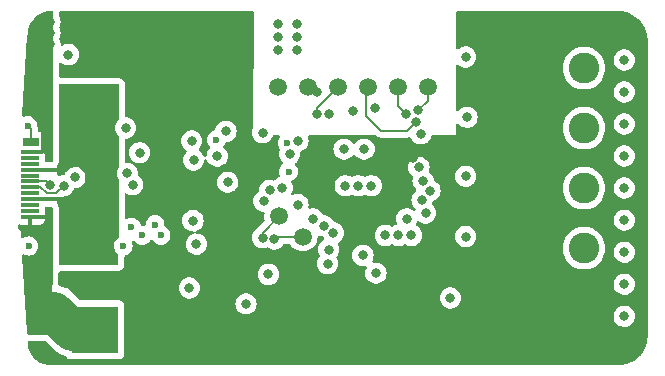
<source format=gbr>
%TF.GenerationSoftware,KiCad,Pcbnew,7.0.1-0*%
%TF.CreationDate,2023-11-13T20:43:58+01:00*%
%TF.ProjectId,luz,6c757a2e-6b69-4636-9164-5f7063625858,rev?*%
%TF.SameCoordinates,Original*%
%TF.FileFunction,Copper,L4,Bot*%
%TF.FilePolarity,Positive*%
%FSLAX46Y46*%
G04 Gerber Fmt 4.6, Leading zero omitted, Abs format (unit mm)*
G04 Created by KiCad (PCBNEW 7.0.1-0) date 2023-11-13 20:43:58*
%MOMM*%
%LPD*%
G01*
G04 APERTURE LIST*
%TA.AperFunction,SMDPad,CuDef*%
%ADD10C,1.500000*%
%TD*%
%TA.AperFunction,SMDPad,CuDef*%
%ADD11R,4.000000X4.000000*%
%TD*%
%TA.AperFunction,ComponentPad*%
%ADD12C,2.600000*%
%TD*%
%TA.AperFunction,ComponentPad*%
%ADD13R,2.600000X2.600000*%
%TD*%
%TA.AperFunction,SMDPad,CuDef*%
%ADD14R,1.400000X0.700000*%
%TD*%
%TA.AperFunction,SMDPad,CuDef*%
%ADD15R,1.500000X0.300000*%
%TD*%
%TA.AperFunction,ViaPad*%
%ADD16C,0.600000*%
%TD*%
%TA.AperFunction,ViaPad*%
%ADD17C,0.800000*%
%TD*%
%TA.AperFunction,Conductor*%
%ADD18C,0.300000*%
%TD*%
%TA.AperFunction,Conductor*%
%ADD19C,0.200000*%
%TD*%
%TA.AperFunction,Conductor*%
%ADD20C,3.500000*%
%TD*%
G04 APERTURE END LIST*
D10*
%TO.P,TP10,1,1*%
%TO.N,SDA*%
X78300000Y-104100000D03*
%TD*%
%TO.P,TP9,1,1*%
%TO.N,SCL*%
X76300000Y-102400000D03*
%TD*%
D11*
%TO.P,TP8,1,1*%
%TO.N,GND*%
X60700000Y-112000000D03*
%TD*%
%TO.P,TP7,1,1*%
%TO.N,+12V*%
X67900000Y-112000000D03*
%TD*%
D10*
%TO.P,TP6,1,1*%
%TO.N,unconnected-(TP6-Pad1)*%
X76200000Y-91440000D03*
%TD*%
D12*
%TO.P,J3,5,Pin_5*%
%TO.N,Net-(J3-Pin_5)*%
X102120000Y-89840000D03*
%TO.P,J3,4,Pin_4*%
%TO.N,Net-(J3-Pin_4)*%
X102120000Y-94920000D03*
%TO.P,J3,3,Pin_3*%
%TO.N,Net-(J3-Pin_3)*%
X102120000Y-100000000D03*
%TO.P,J3,2,Pin_2*%
%TO.N,Net-(J3-Pin_2)*%
X102120000Y-105080000D03*
D13*
%TO.P,J3,1,Pin_1*%
%TO.N,+12V*%
X102120000Y-110160000D03*
%TD*%
D10*
%TO.P,TP2,1,1*%
%TO.N,+3V3*%
X81280000Y-91440000D03*
%TD*%
%TO.P,TP3,1,1*%
%TO.N,TX*%
X83820000Y-91440000D03*
%TD*%
%TO.P,TP4,1,1*%
%TO.N,RX*%
X86360000Y-91440000D03*
%TD*%
%TO.P,TP5,1,1*%
%TO.N,GND*%
X88900000Y-91440000D03*
%TD*%
%TO.P,TP1,1,1*%
%TO.N,G10*%
X78740000Y-91440000D03*
%TD*%
D14*
%TO.P,J2,SH2,SHIELD*%
%TO.N,unconnected-(J2-SHIELD-PadSH1)*%
X55262500Y-96087060D03*
D15*
%TO.P,J2,B12,GND_B*%
%TO.N,GND*%
X55212500Y-102437060D03*
%TO.P,J2,B11,RX1+*%
%TO.N,unconnected-(J2-RX1+-PadB11)*%
X55212500Y-101937060D03*
%TO.P,J2,B10,RX1-*%
%TO.N,unconnected-(J2-RX1--PadB10)*%
X55212500Y-101437060D03*
%TO.P,J2,B9,VBUS_B*%
%TO.N,VBUS*%
X55212500Y-100937060D03*
%TO.P,J2,B8,SBU2*%
%TO.N,unconnected-(J2-SBU2-PadB8)*%
X55212500Y-100437060D03*
%TO.P,J2,B7,D2-*%
%TO.N,USBD-*%
X55212500Y-99937060D03*
%TO.P,J2,B6,D2+*%
%TO.N,USBD+*%
X55212500Y-99437060D03*
%TO.P,J2,B5,VCONN*%
%TO.N,unconnected-(J2-VCONN-PadB5)*%
X55212500Y-98937060D03*
%TO.P,J2,B4,VBUS_B*%
%TO.N,VBUS*%
X55212500Y-98437060D03*
%TO.P,J2,B3,TX2-*%
%TO.N,unconnected-(J2-TX2--PadB3)*%
X55212500Y-97937060D03*
%TO.P,J2,B2,TX2+*%
%TO.N,unconnected-(J2-TX2+-PadB2)*%
X55212500Y-97437060D03*
%TO.P,J2,B1,GND_B*%
%TO.N,GND*%
X55212500Y-96937060D03*
%TD*%
D16*
%TO.N,unconnected-(J2-SHIELD-PadSH1)*%
X55100000Y-104900000D03*
X55000000Y-94700000D03*
D17*
%TO.N,GND*%
X63900000Y-99700000D03*
%TO.N,+12V*%
X67700000Y-104400000D03*
%TO.N,VBUS*%
X71800000Y-95200000D03*
%TO.N,Net-(U2-CHIP_PU{slash}RESET)*%
X77900000Y-96000000D03*
D16*
%TO.N,ALERT*%
X71000000Y-95900000D03*
X77000000Y-96200000D03*
%TO.N,VMon*%
X77100000Y-98600000D03*
D17*
%TO.N,RX*%
X87037156Y-93737156D03*
%TO.N,TX*%
X87900000Y-94400000D03*
%TO.N,+3V3*%
X79500000Y-93700000D03*
%TO.N,GND*%
X83500000Y-96700000D03*
X81800000Y-96700000D03*
%TO.N,VMon*%
X88133995Y-98253613D03*
%TO.N,+12V*%
X87598758Y-97409500D03*
%TO.N,GND*%
X105520000Y-89149999D03*
X105520000Y-99999999D03*
X105520000Y-110849999D03*
X105520000Y-108137499D03*
X105520000Y-105424999D03*
X105520000Y-102712499D03*
X105520000Y-97287499D03*
X105520000Y-94574999D03*
%TO.N,G10*%
X76566408Y-99966408D03*
X79497821Y-91849500D03*
D16*
%TO.N,CC1*%
X63100000Y-104900000D03*
D17*
%TO.N,GND*%
X63300000Y-94900000D03*
X64500000Y-97000000D03*
X88100000Y-93400000D03*
%TO.N,Net-(U2-GPIO0{slash}BOOT)*%
X73500000Y-109800000D03*
%TO.N,Net-(U2-CHIP_PU{slash}RESET)*%
X90800000Y-109300000D03*
%TO.N,C1*%
X92100000Y-104100000D03*
X88700000Y-102100000D03*
%TO.N,GND*%
X105520000Y-91862499D03*
%TO.N,C2*%
X92100000Y-99000000D03*
%TO.N,C4*%
X92100000Y-88900000D03*
%TO.N,C3*%
X92200000Y-94000000D03*
%TO.N,GND*%
X56100000Y-109000000D03*
X56200000Y-110900000D03*
X56100000Y-109950000D03*
X57200000Y-111400000D03*
X84100000Y-99800000D03*
X80552264Y-93748411D03*
X57200000Y-110450000D03*
X55900000Y-87400000D03*
X55900000Y-88350000D03*
X83000000Y-99800000D03*
X56900000Y-87800000D03*
X69000000Y-102750000D03*
X56900000Y-86850001D03*
X79200000Y-102600000D03*
X55900000Y-89300000D03*
X56900000Y-85900000D03*
X82600000Y-93500000D03*
X57200000Y-109500000D03*
X81900000Y-99800000D03*
%TO.N,CC1*%
X59000000Y-99100000D03*
X63450000Y-98750000D03*
D16*
%TO.N,SCL*%
X65800000Y-103100000D03*
D17*
X74900000Y-104200000D03*
%TO.N,SDA*%
X75900000Y-104300000D03*
D16*
X66300000Y-104000000D03*
D17*
%TO.N,Net-(U2-GPIO0{slash}BOOT)*%
X77200000Y-97100000D03*
%TO.N,USBD-*%
X58050000Y-99800000D03*
X80100000Y-103200000D03*
D16*
X63800000Y-103300000D03*
D17*
%TO.N,USBD+*%
X80900000Y-103800000D03*
X56900000Y-99750000D03*
D16*
X64700000Y-104000000D03*
D17*
%TO.N,SPICS*%
X85300000Y-104000000D03*
X83400000Y-105700000D03*
%TO.N,SPICLK*%
X86400000Y-104000000D03*
X80400000Y-106400000D03*
%TO.N,SPIQ*%
X87500000Y-104000000D03*
X84500000Y-107200000D03*
%TO.N,SPID*%
X87100000Y-102600000D03*
X80500000Y-105200000D03*
%TO.N,+12V*%
X73550000Y-92300000D03*
X73550000Y-90100000D03*
X64700000Y-85750000D03*
X68000000Y-86750000D03*
X73550000Y-93400000D03*
X73550000Y-91200000D03*
X73500000Y-87900000D03*
X72400000Y-87900000D03*
X72450000Y-91200000D03*
X72450000Y-92300000D03*
X68000000Y-85700000D03*
X72450000Y-93400000D03*
X69100001Y-86750000D03*
X65800000Y-86800000D03*
X65800000Y-85750000D03*
X72400000Y-89000000D03*
X70200000Y-85700000D03*
X69100001Y-85700000D03*
X72450000Y-90100000D03*
X73500000Y-89000000D03*
X66900001Y-85700000D03*
X70200000Y-86750000D03*
X66900001Y-86750000D03*
X64700000Y-86800000D03*
%TO.N,VBUS*%
X61050000Y-105550000D03*
X61000000Y-103500000D03*
X68700000Y-108450000D03*
X59950000Y-105550000D03*
X59900000Y-101500000D03*
X60000000Y-95900000D03*
X59900000Y-103500000D03*
X61050000Y-104550000D03*
X58800000Y-102500000D03*
X58850000Y-104550000D03*
X59950000Y-104550000D03*
X58800000Y-96900000D03*
X60000000Y-96900000D03*
X58850000Y-105550000D03*
X61000000Y-102500000D03*
X58800000Y-103500000D03*
X61100000Y-95900000D03*
X58800000Y-101500000D03*
X58800000Y-95900000D03*
X58800000Y-97900000D03*
X60000000Y-97900000D03*
X61000000Y-101500000D03*
X61100000Y-97900000D03*
X61100000Y-96900000D03*
%TO.N,+3V3*%
X84400000Y-93200000D03*
X75400000Y-107300000D03*
X88300000Y-95400000D03*
X75500000Y-100200000D03*
X76200000Y-88300000D03*
X77800000Y-86100000D03*
X76200000Y-86100000D03*
X75000000Y-101100000D03*
X74900000Y-95300000D03*
X77800000Y-88300000D03*
X76200000Y-87200000D03*
X77900000Y-101400000D03*
X77800000Y-87200000D03*
%TO.N,C2*%
X88400000Y-101000000D03*
%TO.N,C3*%
X89080949Y-100213329D03*
%TO.N,C4*%
X88500000Y-99400000D03*
%TO.N,Net-(D3-K)*%
X71950000Y-99500000D03*
X68900000Y-96000000D03*
%TO.N,Net-(Q5-Pad1)*%
X71050000Y-97300000D03*
X58450000Y-88700000D03*
%TO.N,Net-(U1-VBUS_VS_DISCH)*%
X69300000Y-104750000D03*
X69070197Y-97609440D03*
%TD*%
D18*
%TO.N,GND*%
X56800000Y-104500000D02*
X56300000Y-105000000D01*
X56800000Y-102700000D02*
X56800000Y-104500000D01*
X55212500Y-102437060D02*
X56537060Y-102437060D01*
X56537060Y-102437060D02*
X56800000Y-102700000D01*
D19*
%TO.N,unconnected-(J2-SHIELD-PadSH1)*%
X55262500Y-94962500D02*
X55000000Y-94700000D01*
X55262500Y-96087060D02*
X55262500Y-94962500D01*
%TO.N,TX*%
X84967156Y-95127156D02*
X87172844Y-95127156D01*
X87172844Y-95127156D02*
X87900000Y-94400000D01*
%TO.N,RX*%
X86360000Y-91440000D02*
X86360000Y-93060000D01*
X86360000Y-93060000D02*
X87037156Y-93737156D01*
%TO.N,GND*%
X88900000Y-91440000D02*
X88900000Y-92600000D01*
X88900000Y-92600000D02*
X88100000Y-93400000D01*
%TO.N,SDA*%
X78300000Y-104100000D02*
X76100000Y-104100000D01*
X76100000Y-104100000D02*
X75900000Y-104300000D01*
%TO.N,SCL*%
X74900000Y-104200000D02*
X74900000Y-103800000D01*
X74900000Y-103800000D02*
X76300000Y-102400000D01*
%TO.N,USBD+*%
X55212500Y-99437060D02*
X56587060Y-99437060D01*
X56587060Y-99437060D02*
X56900000Y-99750000D01*
%TO.N,USBD-*%
X55212500Y-99937060D02*
X56097110Y-99937060D01*
X56097110Y-99937060D02*
X56610050Y-100450000D01*
X57400000Y-100450000D02*
X58050000Y-99800000D01*
X56610050Y-100450000D02*
X57400000Y-100450000D01*
D20*
%TO.N,GND*%
X60700000Y-112000000D02*
X58750000Y-112000000D01*
X58750000Y-112000000D02*
X57200000Y-110450000D01*
D19*
%TO.N,+3V3*%
X79520000Y-93200000D02*
X79520000Y-93680000D01*
X79520000Y-93680000D02*
X79500000Y-93700000D01*
%TO.N,G10*%
X79497821Y-91849500D02*
X79149500Y-91849500D01*
X79149500Y-91849500D02*
X78740000Y-91440000D01*
%TO.N,TX*%
X83820000Y-91440000D02*
X83700000Y-91560000D01*
X83700000Y-91560000D02*
X83700000Y-93860000D01*
X83700000Y-93860000D02*
X84967156Y-95127156D01*
%TO.N,+3V3*%
X81280000Y-91440000D02*
X79520000Y-93200000D01*
D18*
%TO.N,GND*%
X56312500Y-93812500D02*
X55950000Y-93450000D01*
X56262500Y-96937060D02*
X56312500Y-96887060D01*
X56312500Y-96887060D02*
X56312500Y-93812500D01*
X55212500Y-96937060D02*
X56262500Y-96937060D01*
%TO.N,VBUS*%
X55212500Y-100937060D02*
X58237060Y-100937060D01*
X58237060Y-100937060D02*
X58800000Y-101500000D01*
X55212500Y-98437060D02*
X58262940Y-98437060D01*
X58262940Y-98437060D02*
X58800000Y-97900000D01*
%TD*%
%TA.AperFunction,Conductor*%
%TO.N,+12V*%
G36*
X74124756Y-85017285D02*
G01*
X74170188Y-85063098D01*
X74186454Y-85125533D01*
X74105475Y-94842957D01*
X74088866Y-94903923D01*
X74072821Y-94931713D01*
X74014326Y-95111742D01*
X73994540Y-95300000D01*
X74014326Y-95488257D01*
X74072820Y-95668284D01*
X74167466Y-95832216D01*
X74294129Y-95972889D01*
X74447269Y-96084151D01*
X74620197Y-96161144D01*
X74805352Y-96200500D01*
X74805354Y-96200500D01*
X74994646Y-96200500D01*
X74994648Y-96200500D01*
X75118083Y-96174262D01*
X75179803Y-96161144D01*
X75352730Y-96084151D01*
X75440001Y-96020745D01*
X75505870Y-95972889D01*
X75632533Y-95832216D01*
X75727179Y-95668284D01*
X75754018Y-95585682D01*
X75779799Y-95541028D01*
X75821514Y-95510720D01*
X75871949Y-95500000D01*
X76270069Y-95500000D01*
X76333070Y-95517197D01*
X76378597Y-95564019D01*
X76394020Y-95627477D01*
X76375063Y-95689972D01*
X76274212Y-95850476D01*
X76274211Y-95850478D01*
X76266369Y-95872889D01*
X76214631Y-96020748D01*
X76194434Y-96199999D01*
X76214631Y-96379251D01*
X76214631Y-96379253D01*
X76214632Y-96379255D01*
X76274211Y-96549522D01*
X76285279Y-96567136D01*
X76347366Y-96665948D01*
X76365429Y-96716654D01*
X76360303Y-96770237D01*
X76314326Y-96911740D01*
X76294540Y-97099999D01*
X76314326Y-97288257D01*
X76372820Y-97468284D01*
X76467466Y-97632216D01*
X76602850Y-97782574D01*
X76602287Y-97783080D01*
X76631597Y-97817971D01*
X76644141Y-97876507D01*
X76627798Y-97934098D01*
X76605097Y-97957786D01*
X76607617Y-97960306D01*
X76597740Y-97970182D01*
X76597738Y-97970184D01*
X76568431Y-97999491D01*
X76470183Y-98097738D01*
X76374212Y-98250476D01*
X76374211Y-98250478D01*
X76347396Y-98327110D01*
X76314631Y-98420748D01*
X76294434Y-98600000D01*
X76314631Y-98779252D01*
X76314631Y-98779254D01*
X76314632Y-98779255D01*
X76370479Y-98938856D01*
X76372346Y-98944192D01*
X76376057Y-99013338D01*
X76342111Y-99073692D01*
X76297479Y-99097642D01*
X76298512Y-99099962D01*
X76113677Y-99182256D01*
X75960538Y-99293518D01*
X75939958Y-99316374D01*
X75898244Y-99346679D01*
X75847810Y-99357399D01*
X75797376Y-99346679D01*
X75779803Y-99338855D01*
X75594648Y-99299500D01*
X75594646Y-99299500D01*
X75405354Y-99299500D01*
X75405352Y-99299500D01*
X75220197Y-99338855D01*
X75047269Y-99415848D01*
X74894129Y-99527110D01*
X74767466Y-99667783D01*
X74672820Y-99831715D01*
X74614326Y-100011742D01*
X74594539Y-100200005D01*
X74595015Y-100204529D01*
X74584973Y-100267923D01*
X74544579Y-100317803D01*
X74394129Y-100427110D01*
X74267466Y-100567783D01*
X74172820Y-100731715D01*
X74114326Y-100911742D01*
X74094540Y-101100000D01*
X74114326Y-101288257D01*
X74172820Y-101468284D01*
X74267466Y-101632216D01*
X74394129Y-101772889D01*
X74547269Y-101884151D01*
X74720197Y-101961144D01*
X74905352Y-102000500D01*
X74950832Y-102000500D01*
X75005676Y-102013288D01*
X75049208Y-102049014D01*
X75072449Y-102100309D01*
X75070607Y-102156594D01*
X75063792Y-102182026D01*
X75044722Y-102399999D01*
X75063792Y-102617975D01*
X75080976Y-102682107D01*
X75080976Y-102746294D01*
X75048882Y-102801881D01*
X74508965Y-103341798D01*
X74496773Y-103352491D01*
X74471717Y-103371717D01*
X74436936Y-103417044D01*
X74411449Y-103441872D01*
X74294131Y-103527110D01*
X74167464Y-103667786D01*
X74072820Y-103831715D01*
X74014326Y-104011742D01*
X73994540Y-104199999D01*
X74014326Y-104388257D01*
X74072820Y-104568284D01*
X74167466Y-104732216D01*
X74294129Y-104872889D01*
X74447269Y-104984151D01*
X74620197Y-105061144D01*
X74805352Y-105100500D01*
X74805354Y-105100500D01*
X74994646Y-105100500D01*
X74994648Y-105100500D01*
X75179799Y-105061145D01*
X75179799Y-105061144D01*
X75179803Y-105061144D01*
X75260605Y-105025167D01*
X75324000Y-105015126D01*
X75383924Y-105038127D01*
X75447270Y-105084151D01*
X75447271Y-105084151D01*
X75447272Y-105084152D01*
X75620197Y-105161144D01*
X75805352Y-105200500D01*
X75805354Y-105200500D01*
X75994646Y-105200500D01*
X75994648Y-105200500D01*
X76118084Y-105174262D01*
X76179803Y-105161144D01*
X76352730Y-105084151D01*
X76390494Y-105056714D01*
X76505870Y-104972889D01*
X76632533Y-104832216D01*
X76672784Y-104762500D01*
X76718171Y-104717113D01*
X76780171Y-104700500D01*
X77129345Y-104700500D01*
X77186602Y-104714511D01*
X77230918Y-104753374D01*
X77338402Y-104906877D01*
X77493123Y-105061598D01*
X77672361Y-105187102D01*
X77870670Y-105279575D01*
X78082023Y-105336207D01*
X78300000Y-105355277D01*
X78517977Y-105336207D01*
X78729330Y-105279575D01*
X78927639Y-105187102D01*
X79106877Y-105061598D01*
X79261598Y-104906877D01*
X79387102Y-104727639D01*
X79479575Y-104529330D01*
X79536207Y-104317977D01*
X79553330Y-104122252D01*
X79571988Y-104066892D01*
X79613923Y-104026218D01*
X79669828Y-104009259D01*
X79727294Y-104019781D01*
X79820197Y-104061144D01*
X79984140Y-104095991D01*
X80041320Y-104125121D01*
X80063194Y-104158792D01*
X80066304Y-104156997D01*
X80112441Y-104236909D01*
X80128979Y-104303234D01*
X80107857Y-104368245D01*
X80055496Y-104412186D01*
X80047269Y-104415849D01*
X79894129Y-104527111D01*
X79767466Y-104667783D01*
X79672820Y-104831715D01*
X79614326Y-105011742D01*
X79594540Y-105200000D01*
X79614326Y-105388257D01*
X79672820Y-105568284D01*
X79731042Y-105669126D01*
X79746976Y-105718164D01*
X79741586Y-105769444D01*
X79715805Y-105814098D01*
X79667466Y-105867783D01*
X79572820Y-106031715D01*
X79514326Y-106211742D01*
X79494540Y-106400000D01*
X79514326Y-106588257D01*
X79572820Y-106768284D01*
X79667466Y-106932216D01*
X79794129Y-107072889D01*
X79947269Y-107184151D01*
X80120197Y-107261144D01*
X80305352Y-107300500D01*
X80305354Y-107300500D01*
X80494646Y-107300500D01*
X80494648Y-107300500D01*
X80618084Y-107274262D01*
X80679803Y-107261144D01*
X80852730Y-107184151D01*
X81005871Y-107072888D01*
X81132533Y-106932216D01*
X81227179Y-106768284D01*
X81285674Y-106588256D01*
X81305460Y-106400000D01*
X81285674Y-106211744D01*
X81227179Y-106031716D01*
X81227179Y-106031715D01*
X81168957Y-105930872D01*
X81153023Y-105881833D01*
X81158413Y-105830552D01*
X81184194Y-105785900D01*
X81232533Y-105732216D01*
X81251133Y-105700000D01*
X82494540Y-105700000D01*
X82514326Y-105888257D01*
X82572820Y-106068284D01*
X82667466Y-106232216D01*
X82794129Y-106372889D01*
X82947269Y-106484151D01*
X83120197Y-106561144D01*
X83305352Y-106600500D01*
X83305354Y-106600500D01*
X83494646Y-106600500D01*
X83577490Y-106582891D01*
X83634106Y-106584076D01*
X83684292Y-106610313D01*
X83717580Y-106656128D01*
X83727024Y-106711966D01*
X83710657Y-106766180D01*
X83672820Y-106831716D01*
X83614326Y-107011742D01*
X83594540Y-107199999D01*
X83614326Y-107388257D01*
X83672820Y-107568284D01*
X83767466Y-107732216D01*
X83894129Y-107872889D01*
X84047269Y-107984151D01*
X84220197Y-108061144D01*
X84405352Y-108100500D01*
X84405354Y-108100500D01*
X84594646Y-108100500D01*
X84594648Y-108100500D01*
X84718083Y-108074262D01*
X84779803Y-108061144D01*
X84952730Y-107984151D01*
X85105871Y-107872888D01*
X85232533Y-107732216D01*
X85327179Y-107568284D01*
X85385674Y-107388256D01*
X85405460Y-107200000D01*
X85385674Y-107011744D01*
X85327179Y-106831716D01*
X85327179Y-106831715D01*
X85232533Y-106667783D01*
X85105870Y-106527110D01*
X84952730Y-106415848D01*
X84779802Y-106338855D01*
X84594648Y-106299500D01*
X84594646Y-106299500D01*
X84405354Y-106299500D01*
X84405351Y-106299500D01*
X84322510Y-106317108D01*
X84265892Y-106315922D01*
X84215705Y-106289685D01*
X84182419Y-106243869D01*
X84172975Y-106188031D01*
X84189343Y-106133818D01*
X84227179Y-106068284D01*
X84239061Y-106031715D01*
X84285674Y-105888256D01*
X84305460Y-105700000D01*
X84285674Y-105511744D01*
X84250101Y-105402262D01*
X84227179Y-105331715D01*
X84132533Y-105167783D01*
X84053492Y-105079999D01*
X100314450Y-105079999D01*
X100334616Y-105349100D01*
X100376853Y-105534151D01*
X100394666Y-105612195D01*
X100493257Y-105863398D01*
X100628185Y-106097102D01*
X100796439Y-106308085D01*
X100994259Y-106491635D01*
X101217226Y-106643651D01*
X101460359Y-106760738D01*
X101718228Y-106840280D01*
X101985071Y-106880500D01*
X102254929Y-106880500D01*
X102521772Y-106840280D01*
X102779641Y-106760738D01*
X103022775Y-106643651D01*
X103245741Y-106491635D01*
X103443561Y-106308085D01*
X103611815Y-106097102D01*
X103746743Y-105863398D01*
X103845334Y-105612195D01*
X103888060Y-105424999D01*
X104614540Y-105424999D01*
X104634326Y-105613256D01*
X104692820Y-105793283D01*
X104787466Y-105957215D01*
X104914129Y-106097888D01*
X105067269Y-106209150D01*
X105240197Y-106286143D01*
X105425352Y-106325499D01*
X105425354Y-106325499D01*
X105614646Y-106325499D01*
X105614648Y-106325499D01*
X105738084Y-106299261D01*
X105799803Y-106286143D01*
X105972730Y-106209150D01*
X106125871Y-106097887D01*
X106252533Y-105957215D01*
X106347179Y-105793283D01*
X106405674Y-105613255D01*
X106425460Y-105424999D01*
X106405674Y-105236743D01*
X106354745Y-105080000D01*
X106347179Y-105056714D01*
X106252533Y-104892782D01*
X106125870Y-104752109D01*
X105972730Y-104640847D01*
X105799802Y-104563854D01*
X105614648Y-104524499D01*
X105614646Y-104524499D01*
X105425354Y-104524499D01*
X105425352Y-104524499D01*
X105240197Y-104563854D01*
X105067269Y-104640847D01*
X104914129Y-104752109D01*
X104787466Y-104892782D01*
X104692820Y-105056714D01*
X104634326Y-105236741D01*
X104614540Y-105424999D01*
X103888060Y-105424999D01*
X103905383Y-105349103D01*
X103925549Y-105080000D01*
X103920687Y-105015126D01*
X103912576Y-104906880D01*
X103905383Y-104810897D01*
X103845334Y-104547805D01*
X103746743Y-104296602D01*
X103611815Y-104062898D01*
X103443561Y-103851915D01*
X103387610Y-103800000D01*
X103245743Y-103668366D01*
X103164534Y-103612999D01*
X103022775Y-103516349D01*
X102779641Y-103399262D01*
X102700097Y-103374726D01*
X102521771Y-103319719D01*
X102254929Y-103279500D01*
X101985071Y-103279500D01*
X101718228Y-103319719D01*
X101460359Y-103399262D01*
X101217228Y-103516347D01*
X100994257Y-103668366D01*
X100796439Y-103851915D01*
X100628184Y-104062899D01*
X100493257Y-104296601D01*
X100394666Y-104547804D01*
X100334616Y-104810899D01*
X100314450Y-105079999D01*
X84053492Y-105079999D01*
X84005870Y-105027110D01*
X83852730Y-104915848D01*
X83679802Y-104838855D01*
X83494648Y-104799500D01*
X83494646Y-104799500D01*
X83305354Y-104799500D01*
X83305352Y-104799500D01*
X83120197Y-104838855D01*
X82947269Y-104915848D01*
X82794129Y-105027110D01*
X82667466Y-105167783D01*
X82572820Y-105331715D01*
X82514326Y-105511742D01*
X82494540Y-105700000D01*
X81251133Y-105700000D01*
X81327179Y-105568284D01*
X81385674Y-105388256D01*
X81405460Y-105200000D01*
X81385674Y-105011744D01*
X81329499Y-104838855D01*
X81327179Y-104831715D01*
X81287558Y-104763090D01*
X81271021Y-104696761D01*
X81292146Y-104631748D01*
X81344511Y-104587809D01*
X81352730Y-104584151D01*
X81505871Y-104472888D01*
X81632533Y-104332216D01*
X81727179Y-104168284D01*
X81781858Y-104000000D01*
X84394540Y-104000000D01*
X84414326Y-104188257D01*
X84472820Y-104368284D01*
X84567466Y-104532216D01*
X84694129Y-104672889D01*
X84847269Y-104784151D01*
X85020197Y-104861144D01*
X85205352Y-104900500D01*
X85205354Y-104900500D01*
X85394646Y-104900500D01*
X85394648Y-104900500D01*
X85524551Y-104872888D01*
X85579803Y-104861144D01*
X85752730Y-104784151D01*
X85777117Y-104766432D01*
X85824219Y-104745462D01*
X85875781Y-104745462D01*
X85922882Y-104766432D01*
X85947270Y-104784151D01*
X85947271Y-104784151D01*
X85947272Y-104784152D01*
X86120197Y-104861144D01*
X86305352Y-104900500D01*
X86305354Y-104900500D01*
X86494646Y-104900500D01*
X86494648Y-104900500D01*
X86624551Y-104872888D01*
X86679803Y-104861144D01*
X86852730Y-104784151D01*
X86877117Y-104766432D01*
X86924219Y-104745462D01*
X86975781Y-104745462D01*
X87022882Y-104766432D01*
X87047270Y-104784151D01*
X87047271Y-104784151D01*
X87047272Y-104784152D01*
X87220197Y-104861144D01*
X87405352Y-104900500D01*
X87405354Y-104900500D01*
X87594646Y-104900500D01*
X87594648Y-104900500D01*
X87724551Y-104872888D01*
X87779803Y-104861144D01*
X87952730Y-104784151D01*
X87968232Y-104772888D01*
X88105870Y-104672889D01*
X88110468Y-104667783D01*
X88232533Y-104532216D01*
X88327179Y-104368284D01*
X88385674Y-104188256D01*
X88394950Y-104100000D01*
X91194540Y-104100000D01*
X91200719Y-104158792D01*
X91214326Y-104288257D01*
X91272820Y-104468284D01*
X91367466Y-104632216D01*
X91494129Y-104772889D01*
X91647269Y-104884151D01*
X91820197Y-104961144D01*
X92005352Y-105000500D01*
X92005354Y-105000500D01*
X92194646Y-105000500D01*
X92194648Y-105000500D01*
X92324551Y-104972888D01*
X92379803Y-104961144D01*
X92552730Y-104884151D01*
X92584397Y-104861144D01*
X92705870Y-104772889D01*
X92724581Y-104752109D01*
X92832533Y-104632216D01*
X92927179Y-104468284D01*
X92985674Y-104288256D01*
X93005460Y-104100000D01*
X92985674Y-103911744D01*
X92927179Y-103731716D01*
X92927179Y-103731715D01*
X92832533Y-103567783D01*
X92705870Y-103427110D01*
X92552730Y-103315848D01*
X92379802Y-103238855D01*
X92194648Y-103199500D01*
X92194646Y-103199500D01*
X92005354Y-103199500D01*
X92005352Y-103199500D01*
X91820197Y-103238855D01*
X91647269Y-103315848D01*
X91494129Y-103427110D01*
X91367466Y-103567783D01*
X91272820Y-103731715D01*
X91214326Y-103911742D01*
X91194961Y-104095991D01*
X91194540Y-104100000D01*
X88394950Y-104100000D01*
X88405460Y-104000000D01*
X88385674Y-103811744D01*
X88339110Y-103668435D01*
X88327179Y-103631715D01*
X88232533Y-103467783D01*
X88105870Y-103327111D01*
X87952730Y-103215848D01*
X87944506Y-103212187D01*
X87892142Y-103168246D01*
X87871020Y-103103234D01*
X87887557Y-103036911D01*
X87927179Y-102968284D01*
X87957686Y-102874392D01*
X87987936Y-102825030D01*
X88037299Y-102794780D01*
X88095015Y-102790238D01*
X88148502Y-102812393D01*
X88247269Y-102884151D01*
X88420197Y-102961144D01*
X88605352Y-103000500D01*
X88605354Y-103000500D01*
X88794646Y-103000500D01*
X88794648Y-103000500D01*
X88918083Y-102974262D01*
X88979803Y-102961144D01*
X89152730Y-102884151D01*
X89166161Y-102874393D01*
X89305870Y-102772889D01*
X89326480Y-102750000D01*
X89360246Y-102712499D01*
X104614540Y-102712499D01*
X104634326Y-102900756D01*
X104692820Y-103080783D01*
X104787466Y-103244715D01*
X104914129Y-103385388D01*
X105067269Y-103496650D01*
X105240197Y-103573643D01*
X105425352Y-103612999D01*
X105425354Y-103612999D01*
X105614646Y-103612999D01*
X105614648Y-103612999D01*
X105738083Y-103586761D01*
X105799803Y-103573643D01*
X105972730Y-103496650D01*
X106058812Y-103434108D01*
X106125870Y-103385388D01*
X106138180Y-103371717D01*
X106252533Y-103244715D01*
X106347179Y-103080783D01*
X106405674Y-102900755D01*
X106425460Y-102712499D01*
X106405674Y-102524243D01*
X106365305Y-102400000D01*
X106347179Y-102344214D01*
X106252533Y-102180282D01*
X106125870Y-102039609D01*
X105972730Y-101928347D01*
X105799802Y-101851354D01*
X105614648Y-101811999D01*
X105614646Y-101811999D01*
X105425354Y-101811999D01*
X105425352Y-101811999D01*
X105240197Y-101851354D01*
X105067269Y-101928347D01*
X104914129Y-102039609D01*
X104787466Y-102180282D01*
X104692820Y-102344214D01*
X104634326Y-102524241D01*
X104614540Y-102712499D01*
X89360246Y-102712499D01*
X89432533Y-102632216D01*
X89527179Y-102468284D01*
X89585674Y-102288256D01*
X89605460Y-102100000D01*
X89585674Y-101911744D01*
X89527179Y-101731716D01*
X89527179Y-101731715D01*
X89432533Y-101567783D01*
X89305869Y-101427109D01*
X89299628Y-101422575D01*
X89265126Y-101384257D01*
X89249193Y-101335218D01*
X89254583Y-101283941D01*
X89285674Y-101188256D01*
X89287050Y-101175156D01*
X89310053Y-101115230D01*
X89359937Y-101074835D01*
X89360748Y-101074473D01*
X89360752Y-101074473D01*
X89533679Y-100997480D01*
X89533679Y-100997479D01*
X89533681Y-100997479D01*
X89686819Y-100886218D01*
X89698822Y-100872888D01*
X89813482Y-100745545D01*
X89908128Y-100581613D01*
X89966623Y-100401585D01*
X89986409Y-100213329D01*
X89966623Y-100025073D01*
X89958476Y-99999999D01*
X100314450Y-99999999D01*
X100334616Y-100269100D01*
X100390394Y-100513480D01*
X100394666Y-100532195D01*
X100493257Y-100783398D01*
X100628185Y-101017102D01*
X100796439Y-101228085D01*
X100994259Y-101411635D01*
X101217226Y-101563651D01*
X101460359Y-101680738D01*
X101718228Y-101760280D01*
X101985071Y-101800500D01*
X102254929Y-101800500D01*
X102521772Y-101760280D01*
X102779641Y-101680738D01*
X103022775Y-101563651D01*
X103245741Y-101411635D01*
X103443561Y-101228085D01*
X103611815Y-101017102D01*
X103746743Y-100783398D01*
X103845334Y-100532195D01*
X103905383Y-100269103D01*
X103925549Y-100000000D01*
X103925549Y-99999999D01*
X104614540Y-99999999D01*
X104634326Y-100188256D01*
X104692820Y-100368283D01*
X104787466Y-100532215D01*
X104914129Y-100672888D01*
X105067269Y-100784150D01*
X105240197Y-100861143D01*
X105425352Y-100900499D01*
X105425354Y-100900499D01*
X105614646Y-100900499D01*
X105614648Y-100900499D01*
X105768559Y-100867784D01*
X105799803Y-100861143D01*
X105972730Y-100784150D01*
X106018964Y-100750559D01*
X106125870Y-100672888D01*
X106156117Y-100639296D01*
X106252533Y-100532215D01*
X106347179Y-100368283D01*
X106405674Y-100188255D01*
X106425460Y-99999999D01*
X106405674Y-99811743D01*
X106365551Y-99688257D01*
X106347179Y-99631714D01*
X106252533Y-99467782D01*
X106125870Y-99327109D01*
X105972730Y-99215847D01*
X105799802Y-99138854D01*
X105614648Y-99099499D01*
X105614646Y-99099499D01*
X105425354Y-99099499D01*
X105425352Y-99099499D01*
X105240197Y-99138854D01*
X105067269Y-99215847D01*
X104914129Y-99327109D01*
X104787466Y-99467782D01*
X104692820Y-99631714D01*
X104634326Y-99811741D01*
X104614540Y-99999999D01*
X103925549Y-99999999D01*
X103905383Y-99730897D01*
X103845334Y-99467805D01*
X103746743Y-99216602D01*
X103611815Y-98982898D01*
X103443561Y-98771915D01*
X103395275Y-98727112D01*
X103245743Y-98588366D01*
X103169352Y-98536284D01*
X103022775Y-98436349D01*
X102779641Y-98319262D01*
X102700098Y-98294726D01*
X102521771Y-98239719D01*
X102254929Y-98199500D01*
X101985071Y-98199500D01*
X101718228Y-98239719D01*
X101460359Y-98319262D01*
X101217228Y-98436347D01*
X100994257Y-98588366D01*
X100796439Y-98771915D01*
X100628184Y-98982899D01*
X100493257Y-99216601D01*
X100394666Y-99467804D01*
X100334616Y-99730899D01*
X100314450Y-99999999D01*
X89958476Y-99999999D01*
X89908128Y-99845045D01*
X89908128Y-99845044D01*
X89813482Y-99681112D01*
X89686819Y-99540439D01*
X89533679Y-99429177D01*
X89467784Y-99399838D01*
X89417901Y-99359443D01*
X89394899Y-99299519D01*
X89385674Y-99211742D01*
X89327179Y-99031715D01*
X89308868Y-99000000D01*
X91194540Y-99000000D01*
X91214326Y-99188257D01*
X91272820Y-99368284D01*
X91367466Y-99532216D01*
X91494129Y-99672889D01*
X91647269Y-99784151D01*
X91820197Y-99861144D01*
X92005352Y-99900500D01*
X92005354Y-99900500D01*
X92194646Y-99900500D01*
X92194648Y-99900500D01*
X92318083Y-99874262D01*
X92379803Y-99861144D01*
X92552730Y-99784151D01*
X92574569Y-99768284D01*
X92705870Y-99672889D01*
X92710468Y-99667783D01*
X92832533Y-99532216D01*
X92927179Y-99368284D01*
X92985674Y-99188256D01*
X93005460Y-99000000D01*
X92985674Y-98811744D01*
X92927179Y-98631716D01*
X92927179Y-98631715D01*
X92832533Y-98467783D01*
X92705870Y-98327110D01*
X92552730Y-98215848D01*
X92379802Y-98138855D01*
X92194648Y-98099500D01*
X92194646Y-98099500D01*
X92005354Y-98099500D01*
X92005352Y-98099500D01*
X91820197Y-98138855D01*
X91647269Y-98215848D01*
X91494129Y-98327110D01*
X91367466Y-98467783D01*
X91272820Y-98631715D01*
X91214326Y-98811742D01*
X91194540Y-99000000D01*
X89308868Y-99000000D01*
X89232533Y-98867783D01*
X89105873Y-98727114D01*
X89105872Y-98727113D01*
X89105871Y-98727112D01*
X89034033Y-98674919D01*
X88999534Y-98636603D01*
X88983600Y-98587564D01*
X88988989Y-98536290D01*
X89019669Y-98441869D01*
X89039455Y-98253613D01*
X89019669Y-98065357D01*
X88976657Y-97932981D01*
X88961174Y-97885328D01*
X88866528Y-97721396D01*
X88739865Y-97580723D01*
X88586725Y-97469461D01*
X88413797Y-97392468D01*
X88228643Y-97353113D01*
X88228641Y-97353113D01*
X88039349Y-97353113D01*
X88039347Y-97353113D01*
X87854192Y-97392468D01*
X87681264Y-97469461D01*
X87528124Y-97580723D01*
X87401461Y-97721396D01*
X87306815Y-97885328D01*
X87248321Y-98065355D01*
X87228535Y-98253613D01*
X87248321Y-98441870D01*
X87306815Y-98621897D01*
X87401461Y-98785829D01*
X87518533Y-98915849D01*
X87528124Y-98926501D01*
X87584946Y-98967784D01*
X87599957Y-98978690D01*
X87634460Y-99017008D01*
X87650394Y-99066047D01*
X87645004Y-99117327D01*
X87614326Y-99211742D01*
X87594540Y-99399999D01*
X87614326Y-99588257D01*
X87672820Y-99768284D01*
X87767464Y-99932213D01*
X87767467Y-99932216D01*
X87894129Y-100072888D01*
X87894131Y-100072889D01*
X87900811Y-100080308D01*
X87930777Y-100141748D01*
X87923632Y-100209732D01*
X87881546Y-100263599D01*
X87794129Y-100327110D01*
X87667466Y-100467783D01*
X87572820Y-100631715D01*
X87514326Y-100811742D01*
X87505869Y-100892211D01*
X87494540Y-101000000D01*
X87497873Y-101031715D01*
X87514326Y-101188257D01*
X87572820Y-101368284D01*
X87667466Y-101532216D01*
X87794129Y-101672889D01*
X87800370Y-101677423D01*
X87834873Y-101715743D01*
X87850806Y-101764785D01*
X87845414Y-101816067D01*
X87842311Y-101825615D01*
X87812059Y-101874974D01*
X87762696Y-101905221D01*
X87704982Y-101909762D01*
X87651497Y-101887607D01*
X87552730Y-101815849D01*
X87552729Y-101815848D01*
X87552727Y-101815847D01*
X87379802Y-101738855D01*
X87194648Y-101699500D01*
X87194646Y-101699500D01*
X87005354Y-101699500D01*
X87005352Y-101699500D01*
X86820197Y-101738855D01*
X86647269Y-101815848D01*
X86494129Y-101927110D01*
X86367466Y-102067783D01*
X86272820Y-102231715D01*
X86214326Y-102411742D01*
X86194540Y-102600000D01*
X86214326Y-102788257D01*
X86272246Y-102966515D01*
X86274632Y-103034831D01*
X86240453Y-103094031D01*
X86180097Y-103126123D01*
X86120196Y-103138855D01*
X85947273Y-103215846D01*
X85937554Y-103222908D01*
X85922883Y-103233566D01*
X85875781Y-103254537D01*
X85824219Y-103254537D01*
X85777116Y-103233566D01*
X85752730Y-103215849D01*
X85752726Y-103215846D01*
X85579802Y-103138855D01*
X85394648Y-103099500D01*
X85394646Y-103099500D01*
X85205354Y-103099500D01*
X85205352Y-103099500D01*
X85020197Y-103138855D01*
X84847269Y-103215848D01*
X84694129Y-103327110D01*
X84567466Y-103467783D01*
X84472820Y-103631715D01*
X84414326Y-103811742D01*
X84394540Y-104000000D01*
X81781858Y-104000000D01*
X81785674Y-103988256D01*
X81805460Y-103800000D01*
X81785674Y-103611744D01*
X81754677Y-103516347D01*
X81727179Y-103431715D01*
X81632533Y-103267783D01*
X81505870Y-103127110D01*
X81352730Y-103015848D01*
X81179802Y-102938855D01*
X81015859Y-102904008D01*
X80958662Y-102874863D01*
X80936809Y-102841205D01*
X80933696Y-102843003D01*
X80832533Y-102667783D01*
X80705870Y-102527110D01*
X80552730Y-102415848D01*
X80379802Y-102338855D01*
X80194648Y-102299500D01*
X80194646Y-102299500D01*
X80137906Y-102299500D01*
X80075906Y-102282887D01*
X80030519Y-102237500D01*
X79932533Y-102067783D01*
X79805870Y-101927110D01*
X79652730Y-101815848D01*
X79479802Y-101738855D01*
X79294648Y-101699500D01*
X79294646Y-101699500D01*
X79105354Y-101699500D01*
X79105352Y-101699500D01*
X78933211Y-101736089D01*
X78869088Y-101732722D01*
X78815247Y-101697734D01*
X78786124Y-101640507D01*
X78788189Y-101601625D01*
X78784311Y-101601218D01*
X78785672Y-101588259D01*
X78785674Y-101588256D01*
X78805460Y-101400000D01*
X78785674Y-101211744D01*
X78741072Y-101074473D01*
X78727179Y-101031715D01*
X78632533Y-100867783D01*
X78505870Y-100727110D01*
X78352730Y-100615848D01*
X78179802Y-100538855D01*
X77994648Y-100499500D01*
X77994646Y-100499500D01*
X77805354Y-100499500D01*
X77805352Y-100499500D01*
X77620199Y-100538854D01*
X77505163Y-100590072D01*
X77444352Y-100600357D01*
X77386107Y-100580074D01*
X77344839Y-100534240D01*
X77330755Y-100474195D01*
X77347340Y-100414794D01*
X77393587Y-100334692D01*
X77452082Y-100154664D01*
X77471868Y-99966408D01*
X77454378Y-99800000D01*
X80994540Y-99800000D01*
X81014326Y-99988257D01*
X81072820Y-100168284D01*
X81167466Y-100332216D01*
X81294129Y-100472889D01*
X81447269Y-100584151D01*
X81620197Y-100661144D01*
X81805352Y-100700500D01*
X81805354Y-100700500D01*
X81994646Y-100700500D01*
X81994648Y-100700500D01*
X82124556Y-100672887D01*
X82179803Y-100661144D01*
X82352730Y-100584151D01*
X82377117Y-100566432D01*
X82424219Y-100545462D01*
X82475781Y-100545462D01*
X82522882Y-100566432D01*
X82547270Y-100584151D01*
X82547271Y-100584151D01*
X82547272Y-100584152D01*
X82720197Y-100661144D01*
X82905352Y-100700500D01*
X82905354Y-100700500D01*
X83094646Y-100700500D01*
X83094648Y-100700500D01*
X83224556Y-100672887D01*
X83279803Y-100661144D01*
X83452730Y-100584151D01*
X83477117Y-100566432D01*
X83524219Y-100545462D01*
X83575781Y-100545462D01*
X83622882Y-100566432D01*
X83647270Y-100584151D01*
X83647271Y-100584151D01*
X83647272Y-100584152D01*
X83820197Y-100661144D01*
X84005352Y-100700500D01*
X84005354Y-100700500D01*
X84194646Y-100700500D01*
X84194648Y-100700500D01*
X84324556Y-100672887D01*
X84379803Y-100661144D01*
X84552730Y-100584151D01*
X84575259Y-100567783D01*
X84705870Y-100472889D01*
X84710468Y-100467783D01*
X84832533Y-100332216D01*
X84927179Y-100168284D01*
X84985674Y-99988256D01*
X85005460Y-99800000D01*
X84985674Y-99611744D01*
X84938898Y-99467782D01*
X84927179Y-99431715D01*
X84832533Y-99267783D01*
X84705870Y-99127110D01*
X84552730Y-99015848D01*
X84379802Y-98938855D01*
X84194648Y-98899500D01*
X84194646Y-98899500D01*
X84005354Y-98899500D01*
X84005352Y-98899500D01*
X83820197Y-98938855D01*
X83647273Y-99015846D01*
X83631770Y-99027110D01*
X83622883Y-99033566D01*
X83575781Y-99054537D01*
X83524219Y-99054537D01*
X83477116Y-99033566D01*
X83452730Y-99015849D01*
X83452726Y-99015846D01*
X83279802Y-98938855D01*
X83094648Y-98899500D01*
X83094646Y-98899500D01*
X82905354Y-98899500D01*
X82905352Y-98899500D01*
X82720197Y-98938855D01*
X82547273Y-99015846D01*
X82531770Y-99027110D01*
X82522883Y-99033566D01*
X82475781Y-99054537D01*
X82424219Y-99054537D01*
X82377116Y-99033566D01*
X82352730Y-99015849D01*
X82352726Y-99015846D01*
X82179802Y-98938855D01*
X81994648Y-98899500D01*
X81994646Y-98899500D01*
X81805354Y-98899500D01*
X81805352Y-98899500D01*
X81620197Y-98938855D01*
X81447269Y-99015848D01*
X81294129Y-99127110D01*
X81167466Y-99267783D01*
X81072820Y-99431715D01*
X81014326Y-99611742D01*
X80994540Y-99800000D01*
X77454378Y-99800000D01*
X77452082Y-99778152D01*
X77417880Y-99672889D01*
X77393588Y-99598126D01*
X77387890Y-99588257D01*
X77347011Y-99517451D01*
X77330838Y-99465876D01*
X77338144Y-99412318D01*
X77367542Y-99366956D01*
X77413444Y-99338413D01*
X77449522Y-99325789D01*
X77602262Y-99229816D01*
X77729816Y-99102262D01*
X77825789Y-98949522D01*
X77885368Y-98779255D01*
X77905565Y-98600000D01*
X77885368Y-98420745D01*
X77825789Y-98250478D01*
X77729816Y-98097738D01*
X77676329Y-98044251D01*
X77647676Y-97999491D01*
X77640394Y-97946843D01*
X77655823Y-97895983D01*
X77691124Y-97856255D01*
X77805871Y-97772888D01*
X77932533Y-97632216D01*
X78027179Y-97468284D01*
X78085674Y-97288256D01*
X78105460Y-97100000D01*
X78094199Y-96992857D01*
X78102560Y-96933419D01*
X78137859Y-96884870D01*
X78169284Y-96869565D01*
X78167896Y-96866446D01*
X78352730Y-96784151D01*
X78468555Y-96700000D01*
X80894540Y-96700000D01*
X80914326Y-96888257D01*
X80972820Y-97068284D01*
X81067466Y-97232216D01*
X81194129Y-97372889D01*
X81347269Y-97484151D01*
X81520197Y-97561144D01*
X81705352Y-97600500D01*
X81705354Y-97600500D01*
X81894646Y-97600500D01*
X81894648Y-97600500D01*
X82018084Y-97574262D01*
X82079803Y-97561144D01*
X82252730Y-97484151D01*
X82378920Y-97392469D01*
X82405870Y-97372889D01*
X82410016Y-97368284D01*
X82532533Y-97232216D01*
X82542612Y-97214757D01*
X82587999Y-97169370D01*
X82650000Y-97152757D01*
X82712001Y-97169370D01*
X82757388Y-97214758D01*
X82767468Y-97232217D01*
X82894129Y-97372889D01*
X83047269Y-97484151D01*
X83220197Y-97561144D01*
X83405352Y-97600500D01*
X83405354Y-97600500D01*
X83594646Y-97600500D01*
X83594648Y-97600500D01*
X83718084Y-97574262D01*
X83779803Y-97561144D01*
X83952730Y-97484151D01*
X84078920Y-97392469D01*
X84105870Y-97372889D01*
X84117990Y-97359429D01*
X84182756Y-97287499D01*
X104614540Y-97287499D01*
X104634326Y-97475756D01*
X104692820Y-97655783D01*
X104787466Y-97819715D01*
X104914129Y-97960388D01*
X105067269Y-98071650D01*
X105240197Y-98148643D01*
X105425352Y-98187999D01*
X105425354Y-98187999D01*
X105614646Y-98187999D01*
X105614648Y-98187999D01*
X105740990Y-98161144D01*
X105799803Y-98148643D01*
X105972730Y-98071650D01*
X106010438Y-98044254D01*
X106125870Y-97960388D01*
X106150548Y-97932981D01*
X106252533Y-97819715D01*
X106347179Y-97655783D01*
X106405674Y-97475755D01*
X106425460Y-97287499D01*
X106405674Y-97099243D01*
X106358565Y-96954256D01*
X106347179Y-96919214D01*
X106252533Y-96755282D01*
X106125870Y-96614609D01*
X105972730Y-96503347D01*
X105799802Y-96426354D01*
X105614648Y-96386999D01*
X105614646Y-96386999D01*
X105425354Y-96386999D01*
X105425352Y-96386999D01*
X105240197Y-96426354D01*
X105067269Y-96503347D01*
X104914129Y-96614609D01*
X104787466Y-96755282D01*
X104692820Y-96919214D01*
X104634326Y-97099241D01*
X104614540Y-97287499D01*
X84182756Y-97287499D01*
X84232533Y-97232216D01*
X84327179Y-97068284D01*
X84385674Y-96888256D01*
X84405460Y-96700000D01*
X84385674Y-96511744D01*
X84345142Y-96386999D01*
X84327179Y-96331715D01*
X84232533Y-96167783D01*
X84105870Y-96027110D01*
X83952730Y-95915848D01*
X83779802Y-95838855D01*
X83594648Y-95799500D01*
X83594646Y-95799500D01*
X83405354Y-95799500D01*
X83405352Y-95799500D01*
X83220197Y-95838855D01*
X83047269Y-95915848D01*
X82894129Y-96027110D01*
X82767466Y-96167784D01*
X82757387Y-96185242D01*
X82712000Y-96230629D01*
X82650000Y-96247242D01*
X82588000Y-96230629D01*
X82542613Y-96185242D01*
X82532533Y-96167784D01*
X82405870Y-96027110D01*
X82252730Y-95915848D01*
X82079802Y-95838855D01*
X81894648Y-95799500D01*
X81894646Y-95799500D01*
X81705354Y-95799500D01*
X81705352Y-95799500D01*
X81520197Y-95838855D01*
X81347269Y-95915848D01*
X81194129Y-96027110D01*
X81067466Y-96167783D01*
X80972820Y-96331715D01*
X80914326Y-96511742D01*
X80894540Y-96700000D01*
X78468555Y-96700000D01*
X78505870Y-96672889D01*
X78542943Y-96631716D01*
X78632533Y-96532216D01*
X78727179Y-96368284D01*
X78785674Y-96188256D01*
X78805460Y-96000000D01*
X78785674Y-95811744D01*
X78737121Y-95662316D01*
X78732580Y-95604602D01*
X78754735Y-95551115D01*
X78798758Y-95513515D01*
X78855053Y-95500000D01*
X84435185Y-95500000D01*
X84490029Y-95512788D01*
X84533562Y-95548515D01*
X84538874Y-95555438D01*
X84618194Y-95616302D01*
X84618195Y-95616303D01*
X84638282Y-95631716D01*
X84664315Y-95651692D01*
X84810394Y-95712200D01*
X84935854Y-95728717D01*
X84967155Y-95732838D01*
X84967155Y-95732837D01*
X84967156Y-95732838D01*
X84998458Y-95728716D01*
X85014643Y-95727656D01*
X87125357Y-95727656D01*
X87141541Y-95728716D01*
X87172844Y-95732838D01*
X87329606Y-95712200D01*
X87329606Y-95712199D01*
X87345792Y-95710069D01*
X87346115Y-95712528D01*
X87376823Y-95707796D01*
X87432652Y-95726740D01*
X87473422Y-95769326D01*
X87567466Y-95932216D01*
X87694129Y-96072889D01*
X87847269Y-96184151D01*
X88020197Y-96261144D01*
X88205352Y-96300500D01*
X88205354Y-96300500D01*
X88394646Y-96300500D01*
X88394648Y-96300500D01*
X88518084Y-96274262D01*
X88579803Y-96261144D01*
X88752730Y-96184151D01*
X88811059Y-96141773D01*
X88905870Y-96072889D01*
X89032533Y-95932216D01*
X89127179Y-95768284D01*
X89140380Y-95727656D01*
X89185674Y-95588256D01*
X89185674Y-95588254D01*
X89186510Y-95585682D01*
X89212291Y-95541028D01*
X89254006Y-95510720D01*
X89304441Y-95500000D01*
X91300000Y-95500000D01*
X91300000Y-94919999D01*
X100314450Y-94919999D01*
X100334616Y-95189100D01*
X100390106Y-95432216D01*
X100394666Y-95452195D01*
X100493257Y-95703398D01*
X100628185Y-95937102D01*
X100796439Y-96148085D01*
X100994259Y-96331635D01*
X101217226Y-96483651D01*
X101460359Y-96600738D01*
X101718228Y-96680280D01*
X101985071Y-96720500D01*
X102254929Y-96720500D01*
X102521772Y-96680280D01*
X102779641Y-96600738D01*
X103022775Y-96483651D01*
X103245741Y-96331635D01*
X103443561Y-96148085D01*
X103611815Y-95937102D01*
X103746743Y-95703398D01*
X103845334Y-95452195D01*
X103905383Y-95189103D01*
X103925549Y-94920000D01*
X103905383Y-94650897D01*
X103888060Y-94574998D01*
X104614540Y-94574998D01*
X104634326Y-94763256D01*
X104692820Y-94943283D01*
X104787466Y-95107215D01*
X104914129Y-95247888D01*
X105067269Y-95359150D01*
X105240197Y-95436143D01*
X105425352Y-95475499D01*
X105425354Y-95475499D01*
X105614646Y-95475499D01*
X105614648Y-95475499D01*
X105738083Y-95449261D01*
X105799803Y-95436143D01*
X105972730Y-95359150D01*
X106016827Y-95327112D01*
X106125870Y-95247888D01*
X106178801Y-95189103D01*
X106252533Y-95107215D01*
X106347179Y-94943283D01*
X106405674Y-94763255D01*
X106425460Y-94574999D01*
X106405674Y-94386743D01*
X106361776Y-94251639D01*
X106347179Y-94206714D01*
X106252533Y-94042782D01*
X106125870Y-93902109D01*
X105972730Y-93790847D01*
X105799802Y-93713854D01*
X105614648Y-93674499D01*
X105614646Y-93674499D01*
X105425354Y-93674499D01*
X105425352Y-93674499D01*
X105240197Y-93713854D01*
X105067269Y-93790847D01*
X104914129Y-93902109D01*
X104787466Y-94042782D01*
X104692820Y-94206714D01*
X104634326Y-94386741D01*
X104614540Y-94574998D01*
X103888060Y-94574998D01*
X103845334Y-94387805D01*
X103746743Y-94136602D01*
X103611815Y-93902898D01*
X103443561Y-93691915D01*
X103378681Y-93631715D01*
X103245743Y-93508366D01*
X103155687Y-93446967D01*
X103022775Y-93356349D01*
X102779641Y-93239262D01*
X102700098Y-93214726D01*
X102521771Y-93159719D01*
X102254929Y-93119500D01*
X101985071Y-93119500D01*
X101718228Y-93159719D01*
X101460359Y-93239262D01*
X101217228Y-93356347D01*
X100994257Y-93508366D01*
X100796439Y-93691915D01*
X100628184Y-93902899D01*
X100493257Y-94136601D01*
X100394666Y-94387804D01*
X100334616Y-94650899D01*
X100314450Y-94919999D01*
X91300000Y-94919999D01*
X91300000Y-94669256D01*
X91314111Y-94611807D01*
X91353231Y-94567434D01*
X91408459Y-94546234D01*
X91467223Y-94553033D01*
X91516150Y-94586284D01*
X91594129Y-94672889D01*
X91747269Y-94784151D01*
X91920197Y-94861144D01*
X92105352Y-94900500D01*
X92105354Y-94900500D01*
X92294646Y-94900500D01*
X92294648Y-94900500D01*
X92418083Y-94874262D01*
X92479803Y-94861144D01*
X92652730Y-94784151D01*
X92752393Y-94711742D01*
X92805870Y-94672889D01*
X92810468Y-94667783D01*
X92932533Y-94532216D01*
X93027179Y-94368284D01*
X93085674Y-94188256D01*
X93105460Y-94000000D01*
X93085674Y-93811744D01*
X93027179Y-93631716D01*
X93027179Y-93631715D01*
X92932533Y-93467783D01*
X92805870Y-93327110D01*
X92652730Y-93215848D01*
X92479802Y-93138855D01*
X92294648Y-93099500D01*
X92294646Y-93099500D01*
X92105354Y-93099500D01*
X92105352Y-93099500D01*
X91920197Y-93138855D01*
X91747269Y-93215848D01*
X91594129Y-93327110D01*
X91516150Y-93413716D01*
X91467223Y-93446967D01*
X91408459Y-93453766D01*
X91353231Y-93432566D01*
X91314111Y-93388193D01*
X91300000Y-93330744D01*
X91300000Y-91862498D01*
X104614540Y-91862498D01*
X104634326Y-92050756D01*
X104692820Y-92230783D01*
X104787466Y-92394715D01*
X104914129Y-92535388D01*
X105067269Y-92646650D01*
X105240197Y-92723643D01*
X105425352Y-92762999D01*
X105425354Y-92762999D01*
X105614646Y-92762999D01*
X105614648Y-92762999D01*
X105738084Y-92736761D01*
X105799803Y-92723643D01*
X105972730Y-92646650D01*
X106125871Y-92535387D01*
X106252533Y-92394715D01*
X106347179Y-92230783D01*
X106405674Y-92050755D01*
X106425460Y-91862499D01*
X106405674Y-91674243D01*
X106347179Y-91494215D01*
X106347179Y-91494214D01*
X106252533Y-91330282D01*
X106125870Y-91189609D01*
X105972730Y-91078347D01*
X105799802Y-91001354D01*
X105614648Y-90961999D01*
X105614646Y-90961999D01*
X105425354Y-90961999D01*
X105425352Y-90961999D01*
X105240197Y-91001354D01*
X105067269Y-91078347D01*
X104914129Y-91189609D01*
X104787466Y-91330282D01*
X104692820Y-91494214D01*
X104634326Y-91674241D01*
X104614540Y-91862498D01*
X91300000Y-91862498D01*
X91300000Y-89839999D01*
X100314450Y-89839999D01*
X100334616Y-90109100D01*
X100334617Y-90109103D01*
X100394666Y-90372195D01*
X100493257Y-90623398D01*
X100628185Y-90857102D01*
X100796439Y-91068085D01*
X100994259Y-91251635D01*
X101217226Y-91403651D01*
X101460359Y-91520738D01*
X101718228Y-91600280D01*
X101985071Y-91640500D01*
X102254929Y-91640500D01*
X102521772Y-91600280D01*
X102779641Y-91520738D01*
X103022775Y-91403651D01*
X103245741Y-91251635D01*
X103443561Y-91068085D01*
X103611815Y-90857102D01*
X103746743Y-90623398D01*
X103845334Y-90372195D01*
X103905383Y-90109103D01*
X103925549Y-89840000D01*
X103905383Y-89570897D01*
X103845334Y-89307805D01*
X103783399Y-89149999D01*
X104614540Y-89149999D01*
X104623181Y-89232216D01*
X104634326Y-89338256D01*
X104692820Y-89518283D01*
X104787466Y-89682215D01*
X104914129Y-89822888D01*
X105067269Y-89934150D01*
X105240197Y-90011143D01*
X105425352Y-90050499D01*
X105425354Y-90050499D01*
X105614646Y-90050499D01*
X105614648Y-90050499D01*
X105738084Y-90024261D01*
X105799803Y-90011143D01*
X105972730Y-89934150D01*
X106102317Y-89840000D01*
X106125870Y-89822888D01*
X106252533Y-89682215D01*
X106347179Y-89518283D01*
X106375144Y-89432216D01*
X106405674Y-89338255D01*
X106425460Y-89149999D01*
X106405674Y-88961743D01*
X106347179Y-88781715D01*
X106347179Y-88781714D01*
X106252533Y-88617782D01*
X106125870Y-88477109D01*
X105972730Y-88365847D01*
X105799802Y-88288854D01*
X105614648Y-88249499D01*
X105614646Y-88249499D01*
X105425354Y-88249499D01*
X105425352Y-88249499D01*
X105240197Y-88288854D01*
X105067269Y-88365847D01*
X104914129Y-88477109D01*
X104787466Y-88617782D01*
X104692820Y-88781714D01*
X104634326Y-88961741D01*
X104634325Y-88961743D01*
X104634326Y-88961743D01*
X104614540Y-89149999D01*
X103783399Y-89149999D01*
X103746743Y-89056602D01*
X103611815Y-88822898D01*
X103443561Y-88611915D01*
X103357126Y-88531715D01*
X103245743Y-88428366D01*
X103156885Y-88367784D01*
X103022775Y-88276349D01*
X102779641Y-88159262D01*
X102667889Y-88124791D01*
X102521771Y-88079719D01*
X102254929Y-88039500D01*
X101985071Y-88039500D01*
X101718228Y-88079719D01*
X101460359Y-88159262D01*
X101217228Y-88276347D01*
X100994257Y-88428366D01*
X100796439Y-88611915D01*
X100628184Y-88822899D01*
X100493257Y-89056601D01*
X100394666Y-89307804D01*
X100334616Y-89570899D01*
X100314450Y-89839999D01*
X91300000Y-89839999D01*
X91300000Y-89675209D01*
X91318273Y-89610419D01*
X91367705Y-89564724D01*
X91433729Y-89551591D01*
X91496885Y-89574891D01*
X91647269Y-89684151D01*
X91820197Y-89761144D01*
X92005352Y-89800500D01*
X92005354Y-89800500D01*
X92194646Y-89800500D01*
X92194648Y-89800500D01*
X92318084Y-89774262D01*
X92379803Y-89761144D01*
X92552730Y-89684151D01*
X92705871Y-89572888D01*
X92832533Y-89432216D01*
X92927179Y-89268284D01*
X92985674Y-89088256D01*
X93005460Y-88900000D01*
X92985674Y-88711744D01*
X92927179Y-88531716D01*
X92927179Y-88531715D01*
X92832533Y-88367783D01*
X92705870Y-88227110D01*
X92552730Y-88115848D01*
X92379802Y-88038855D01*
X92194648Y-87999500D01*
X92194646Y-87999500D01*
X92005354Y-87999500D01*
X92005352Y-87999500D01*
X91820197Y-88038855D01*
X91647269Y-88115848D01*
X91496885Y-88225109D01*
X91433729Y-88248409D01*
X91367705Y-88235276D01*
X91318273Y-88189581D01*
X91300000Y-88124791D01*
X91300000Y-85124500D01*
X91316613Y-85062500D01*
X91362000Y-85017113D01*
X91424000Y-85000500D01*
X104996249Y-85000500D01*
X105003735Y-85000726D01*
X105027834Y-85002183D01*
X105098669Y-85006468D01*
X105099066Y-85006493D01*
X105302818Y-85019847D01*
X105317032Y-85021610D01*
X105448459Y-85045695D01*
X105450007Y-85045991D01*
X105612440Y-85078301D01*
X105625102Y-85081523D01*
X105759678Y-85123459D01*
X105762645Y-85124425D01*
X105912220Y-85175199D01*
X105923244Y-85179538D01*
X106054556Y-85238637D01*
X106058416Y-85240457D01*
X106197458Y-85309025D01*
X106206764Y-85314120D01*
X106331185Y-85389335D01*
X106335926Y-85392350D01*
X106463643Y-85477689D01*
X106471225Y-85483180D01*
X106586211Y-85573265D01*
X106591487Y-85577640D01*
X106706550Y-85678547D01*
X106712472Y-85684094D01*
X106815904Y-85787526D01*
X106821451Y-85793448D01*
X106922358Y-85908511D01*
X106926741Y-85913797D01*
X107016818Y-86028773D01*
X107022309Y-86036355D01*
X107107648Y-86164072D01*
X107110663Y-86168813D01*
X107185878Y-86293234D01*
X107190973Y-86302540D01*
X107259519Y-86441536D01*
X107261383Y-86445489D01*
X107320458Y-86576750D01*
X107324801Y-86587783D01*
X107375573Y-86737353D01*
X107376539Y-86740320D01*
X107418470Y-86874878D01*
X107421702Y-86887578D01*
X107453976Y-87049832D01*
X107454328Y-87051672D01*
X107478386Y-87182954D01*
X107480151Y-87197195D01*
X107493498Y-87400828D01*
X107493538Y-87401450D01*
X107499274Y-87496264D01*
X107499500Y-87503752D01*
X107499500Y-112496248D01*
X107499274Y-112503736D01*
X107493538Y-112598548D01*
X107493498Y-112599170D01*
X107480151Y-112802803D01*
X107478386Y-112817044D01*
X107454328Y-112948326D01*
X107453976Y-112950166D01*
X107421702Y-113112420D01*
X107418470Y-113125120D01*
X107376539Y-113259678D01*
X107375573Y-113262645D01*
X107324801Y-113412215D01*
X107320458Y-113423248D01*
X107261383Y-113554509D01*
X107259519Y-113558462D01*
X107190973Y-113697458D01*
X107185878Y-113706764D01*
X107110663Y-113831185D01*
X107107648Y-113835926D01*
X107022309Y-113963643D01*
X107016818Y-113971225D01*
X106926741Y-114086201D01*
X106922358Y-114091487D01*
X106821451Y-114206550D01*
X106815904Y-114212472D01*
X106712472Y-114315904D01*
X106706550Y-114321451D01*
X106591487Y-114422358D01*
X106586201Y-114426741D01*
X106471225Y-114516818D01*
X106463643Y-114522309D01*
X106335926Y-114607648D01*
X106331185Y-114610663D01*
X106206764Y-114685878D01*
X106197458Y-114690973D01*
X106058462Y-114759519D01*
X106054509Y-114761383D01*
X105923248Y-114820458D01*
X105912215Y-114824801D01*
X105762645Y-114875573D01*
X105759678Y-114876539D01*
X105625120Y-114918470D01*
X105612420Y-114921702D01*
X105450166Y-114953976D01*
X105448326Y-114954328D01*
X105317044Y-114978386D01*
X105302803Y-114980151D01*
X105099170Y-114993498D01*
X105098548Y-114993538D01*
X105003736Y-114999274D01*
X104996248Y-114999500D01*
X57004053Y-114999500D01*
X56995942Y-114999234D01*
X56916781Y-114994045D01*
X56916046Y-114993995D01*
X56738425Y-114981291D01*
X56723080Y-114979224D01*
X56611675Y-114957064D01*
X56609508Y-114956613D01*
X56469777Y-114926217D01*
X56456276Y-114922470D01*
X56342338Y-114883793D01*
X56338863Y-114882556D01*
X56211196Y-114834938D01*
X56199687Y-114829969D01*
X56134947Y-114798043D01*
X56089348Y-114775556D01*
X56084779Y-114773183D01*
X55967520Y-114709154D01*
X55958056Y-114703424D01*
X55854729Y-114634383D01*
X55849310Y-114630548D01*
X55793396Y-114588691D01*
X55743278Y-114551173D01*
X55735848Y-114545150D01*
X55642022Y-114462867D01*
X55636100Y-114457320D01*
X55542678Y-114363898D01*
X55537131Y-114357976D01*
X55505450Y-114321851D01*
X55454844Y-114264145D01*
X55448830Y-114256727D01*
X55369450Y-114150688D01*
X55365615Y-114145269D01*
X55296574Y-114041942D01*
X55290844Y-114032478D01*
X55265965Y-113986916D01*
X55226798Y-113915187D01*
X55224461Y-113910687D01*
X55170024Y-113800300D01*
X55165060Y-113788802D01*
X55117420Y-113661074D01*
X55116228Y-113657725D01*
X55077522Y-113543703D01*
X55073786Y-113530240D01*
X55043374Y-113390437D01*
X55042945Y-113388378D01*
X55020772Y-113276904D01*
X55018709Y-113261587D01*
X55006003Y-113083936D01*
X55005960Y-113083312D01*
X55002965Y-113037609D01*
X55016711Y-112972242D01*
X55062373Y-112923491D01*
X55126700Y-112905500D01*
X56421451Y-112905500D01*
X56468904Y-112914939D01*
X56509132Y-112941819D01*
X57144573Y-113577260D01*
X57146026Y-113578737D01*
X57237020Y-113672824D01*
X57308534Y-113729298D01*
X57313314Y-113733271D01*
X57381905Y-113793255D01*
X57424766Y-113821635D01*
X57433139Y-113827697D01*
X57473485Y-113859558D01*
X57551891Y-113905997D01*
X57557139Y-113909286D01*
X57559177Y-113910635D01*
X57633129Y-113959604D01*
X57679385Y-113982016D01*
X57688506Y-113986915D01*
X57732730Y-114013109D01*
X57761978Y-114025511D01*
X57816634Y-114048688D01*
X57822277Y-114051249D01*
X57904284Y-114090983D01*
X57953130Y-114107034D01*
X57962794Y-114110664D01*
X58010128Y-114130736D01*
X58098039Y-114154816D01*
X58103920Y-114156587D01*
X58184394Y-114183033D01*
X58231601Y-114211428D01*
X58243513Y-114229560D01*
X58245520Y-114228059D01*
X58256204Y-114242331D01*
X58342454Y-114357546D01*
X58457669Y-114443796D01*
X58592517Y-114494091D01*
X58652127Y-114500500D01*
X62747872Y-114500499D01*
X62807483Y-114494091D01*
X62942331Y-114443796D01*
X63057546Y-114357546D01*
X63143796Y-114242331D01*
X63194091Y-114107483D01*
X63200500Y-114047873D01*
X63200499Y-110849998D01*
X104614540Y-110849998D01*
X104634326Y-111038256D01*
X104692820Y-111218283D01*
X104787466Y-111382215D01*
X104914129Y-111522888D01*
X105067269Y-111634150D01*
X105240197Y-111711143D01*
X105425352Y-111750499D01*
X105425354Y-111750499D01*
X105614646Y-111750499D01*
X105614648Y-111750499D01*
X105738083Y-111724261D01*
X105799803Y-111711143D01*
X105972730Y-111634150D01*
X106125871Y-111522887D01*
X106252533Y-111382215D01*
X106347179Y-111218283D01*
X106405674Y-111038255D01*
X106425460Y-110849999D01*
X106405674Y-110661743D01*
X106347179Y-110481715D01*
X106347179Y-110481714D01*
X106252533Y-110317782D01*
X106125870Y-110177109D01*
X105972730Y-110065847D01*
X105799802Y-109988854D01*
X105614648Y-109949499D01*
X105614646Y-109949499D01*
X105425354Y-109949499D01*
X105425352Y-109949499D01*
X105240197Y-109988854D01*
X105067269Y-110065847D01*
X104914129Y-110177109D01*
X104787466Y-110317782D01*
X104692820Y-110481714D01*
X104634326Y-110661741D01*
X104614540Y-110849998D01*
X63200499Y-110849998D01*
X63200499Y-109952128D01*
X63194091Y-109892517D01*
X63159584Y-109799999D01*
X72594540Y-109799999D01*
X72614326Y-109988257D01*
X72672820Y-110168284D01*
X72767466Y-110332216D01*
X72894129Y-110472889D01*
X73047269Y-110584151D01*
X73220197Y-110661144D01*
X73405352Y-110700500D01*
X73405354Y-110700500D01*
X73594646Y-110700500D01*
X73594648Y-110700500D01*
X73718083Y-110674262D01*
X73779803Y-110661144D01*
X73952730Y-110584151D01*
X74105871Y-110472888D01*
X74232533Y-110332216D01*
X74327179Y-110168284D01*
X74385674Y-109988256D01*
X74405460Y-109800000D01*
X74385674Y-109611744D01*
X74351286Y-109505909D01*
X74327179Y-109431715D01*
X74251133Y-109299999D01*
X89894540Y-109299999D01*
X89914326Y-109488257D01*
X89972820Y-109668284D01*
X90067466Y-109832216D01*
X90194129Y-109972889D01*
X90347269Y-110084151D01*
X90520197Y-110161144D01*
X90705352Y-110200500D01*
X90705354Y-110200500D01*
X90894646Y-110200500D01*
X90894648Y-110200500D01*
X91018084Y-110174262D01*
X91079803Y-110161144D01*
X91252730Y-110084151D01*
X91277923Y-110065847D01*
X91405870Y-109972889D01*
X91532533Y-109832216D01*
X91627179Y-109668284D01*
X91679938Y-109505909D01*
X91685674Y-109488256D01*
X91705460Y-109300000D01*
X91685674Y-109111744D01*
X91627179Y-108931716D01*
X91627179Y-108931715D01*
X91532533Y-108767783D01*
X91405870Y-108627110D01*
X91252730Y-108515848D01*
X91079802Y-108438855D01*
X90894648Y-108399500D01*
X90894646Y-108399500D01*
X90705354Y-108399500D01*
X90705352Y-108399500D01*
X90520197Y-108438855D01*
X90347269Y-108515848D01*
X90194129Y-108627110D01*
X90067466Y-108767783D01*
X89972820Y-108931715D01*
X89914326Y-109111742D01*
X89894540Y-109299999D01*
X74251133Y-109299999D01*
X74232533Y-109267783D01*
X74105870Y-109127110D01*
X73952730Y-109015848D01*
X73779802Y-108938855D01*
X73594648Y-108899500D01*
X73594646Y-108899500D01*
X73405354Y-108899500D01*
X73405352Y-108899500D01*
X73220197Y-108938855D01*
X73047269Y-109015848D01*
X72894129Y-109127110D01*
X72767466Y-109267783D01*
X72672820Y-109431715D01*
X72614326Y-109611742D01*
X72594540Y-109799999D01*
X63159584Y-109799999D01*
X63143796Y-109757669D01*
X63057546Y-109642454D01*
X62942331Y-109556204D01*
X62807483Y-109505909D01*
X62747873Y-109499500D01*
X62747869Y-109499500D01*
X59483550Y-109499500D01*
X59436097Y-109490061D01*
X59395869Y-109463181D01*
X58738143Y-108805455D01*
X58568093Y-108656743D01*
X58316869Y-108490395D01*
X58233498Y-108450000D01*
X67794540Y-108450000D01*
X67814326Y-108638257D01*
X67872820Y-108818284D01*
X67967466Y-108982216D01*
X68094129Y-109122889D01*
X68247269Y-109234151D01*
X68420197Y-109311144D01*
X68605352Y-109350500D01*
X68605354Y-109350500D01*
X68794646Y-109350500D01*
X68794648Y-109350500D01*
X68918084Y-109324262D01*
X68979803Y-109311144D01*
X69152730Y-109234151D01*
X69152730Y-109234150D01*
X69305870Y-109122889D01*
X69432533Y-108982216D01*
X69527179Y-108818284D01*
X69531349Y-108805451D01*
X69585674Y-108638256D01*
X69605460Y-108450000D01*
X69585674Y-108261744D01*
X69544669Y-108135543D01*
X69527179Y-108081715D01*
X69432533Y-107917783D01*
X69305870Y-107777110D01*
X69152730Y-107665848D01*
X68979802Y-107588855D01*
X68794648Y-107549500D01*
X68794646Y-107549500D01*
X68605354Y-107549500D01*
X68605352Y-107549500D01*
X68420197Y-107588855D01*
X68247269Y-107665848D01*
X68094129Y-107777110D01*
X67967466Y-107917783D01*
X67872820Y-108081715D01*
X67814326Y-108261742D01*
X67794540Y-108450000D01*
X58233498Y-108450000D01*
X58045716Y-108359016D01*
X57759472Y-108264950D01*
X57721438Y-108257879D01*
X57669329Y-108234885D01*
X57632997Y-108191022D01*
X57620106Y-108135543D01*
X57620291Y-108081716D01*
X57622404Y-107464609D01*
X57622968Y-107300000D01*
X74494540Y-107300000D01*
X74514326Y-107488257D01*
X74572820Y-107668284D01*
X74667466Y-107832216D01*
X74794129Y-107972889D01*
X74947269Y-108084151D01*
X75120197Y-108161144D01*
X75305352Y-108200500D01*
X75305354Y-108200500D01*
X75494646Y-108200500D01*
X75494648Y-108200500D01*
X75618083Y-108174262D01*
X75679803Y-108161144D01*
X75732910Y-108137499D01*
X104614540Y-108137499D01*
X104634326Y-108325756D01*
X104692820Y-108505783D01*
X104787466Y-108669715D01*
X104914129Y-108810388D01*
X105067269Y-108921650D01*
X105240197Y-108998643D01*
X105425352Y-109037999D01*
X105425354Y-109037999D01*
X105614646Y-109037999D01*
X105614648Y-109037999D01*
X105738084Y-109011761D01*
X105799803Y-108998643D01*
X105972730Y-108921650D01*
X106125871Y-108810387D01*
X106252533Y-108669715D01*
X106347179Y-108505783D01*
X106405674Y-108325755D01*
X106425460Y-108137499D01*
X106405674Y-107949243D01*
X106349745Y-107777112D01*
X106347179Y-107769214D01*
X106252533Y-107605282D01*
X106125870Y-107464609D01*
X105972730Y-107353347D01*
X105799802Y-107276354D01*
X105614648Y-107236999D01*
X105614646Y-107236999D01*
X105425354Y-107236999D01*
X105425352Y-107236999D01*
X105240197Y-107276354D01*
X105067269Y-107353347D01*
X104914129Y-107464609D01*
X104787466Y-107605282D01*
X104692820Y-107769214D01*
X104634326Y-107949241D01*
X104614540Y-108137499D01*
X75732910Y-108137499D01*
X75852730Y-108084151D01*
X76005871Y-107972888D01*
X76132533Y-107832216D01*
X76227179Y-107668284D01*
X76285674Y-107488256D01*
X76305460Y-107300000D01*
X76285674Y-107111744D01*
X76240106Y-106971501D01*
X76227179Y-106931715D01*
X76132533Y-106767783D01*
X76005870Y-106627110D01*
X75852730Y-106515848D01*
X75679802Y-106438855D01*
X75494648Y-106399500D01*
X75494646Y-106399500D01*
X75305354Y-106399500D01*
X75305352Y-106399500D01*
X75120197Y-106438855D01*
X74947269Y-106515848D01*
X74794129Y-106627110D01*
X74667466Y-106767783D01*
X74572820Y-106931715D01*
X74514326Y-107111742D01*
X74494540Y-107300000D01*
X57622968Y-107300000D01*
X57623382Y-107179075D01*
X57640136Y-107117255D01*
X57685504Y-107072042D01*
X57747381Y-107055500D01*
X62576399Y-107055500D01*
X62576402Y-107055500D01*
X62706972Y-107038346D01*
X62768856Y-107021800D01*
X62890563Y-106971503D01*
X62995148Y-106891476D01*
X63040517Y-106846254D01*
X63120884Y-106741926D01*
X63156667Y-106656128D01*
X63171576Y-106620381D01*
X63180276Y-106588256D01*
X63188322Y-106558550D01*
X63205898Y-106428043D01*
X63207942Y-105797898D01*
X63218395Y-105748472D01*
X63247698Y-105707314D01*
X63290983Y-105681263D01*
X63449522Y-105625789D01*
X63602262Y-105529816D01*
X63729816Y-105402262D01*
X63825789Y-105249522D01*
X63885368Y-105079255D01*
X63905565Y-104900000D01*
X63894241Y-104799500D01*
X63885368Y-104720744D01*
X63844051Y-104602668D01*
X63838477Y-104543232D01*
X63861321Y-104488080D01*
X63907290Y-104449993D01*
X63965727Y-104437800D01*
X64023091Y-104454325D01*
X64066085Y-104495740D01*
X64070183Y-104502262D01*
X64197735Y-104629814D01*
X64197737Y-104629815D01*
X64197738Y-104629816D01*
X64350478Y-104725789D01*
X64520745Y-104785368D01*
X64700000Y-104805565D01*
X64879255Y-104785368D01*
X65049522Y-104725789D01*
X65202262Y-104629816D01*
X65329816Y-104502262D01*
X65395007Y-104398510D01*
X65440019Y-104355956D01*
X65500000Y-104340484D01*
X65559981Y-104355956D01*
X65604992Y-104398510D01*
X65615887Y-104415849D01*
X65670185Y-104502264D01*
X65797735Y-104629814D01*
X65797737Y-104629815D01*
X65797738Y-104629816D01*
X65950478Y-104725789D01*
X66120745Y-104785368D01*
X66300000Y-104805565D01*
X66479255Y-104785368D01*
X66649522Y-104725789D01*
X66802262Y-104629816D01*
X66929816Y-104502262D01*
X67025789Y-104349522D01*
X67085368Y-104179255D01*
X67105565Y-104000000D01*
X67085368Y-103820745D01*
X67025789Y-103650478D01*
X66929816Y-103497738D01*
X66929815Y-103497737D01*
X66929814Y-103497735D01*
X66802264Y-103370185D01*
X66656112Y-103278352D01*
X66610364Y-103227159D01*
X66598864Y-103159474D01*
X66605565Y-103099999D01*
X66597412Y-103027639D01*
X66585368Y-102920745D01*
X66525789Y-102750478D01*
X66525489Y-102750000D01*
X68094540Y-102750000D01*
X68099557Y-102797735D01*
X68114326Y-102938257D01*
X68172820Y-103118284D01*
X68267466Y-103282216D01*
X68394129Y-103422889D01*
X68547269Y-103534151D01*
X68720197Y-103611144D01*
X68905352Y-103650500D01*
X68972179Y-103650500D01*
X69036414Y-103668435D01*
X69082068Y-103717051D01*
X69095934Y-103782286D01*
X69074002Y-103845268D01*
X69022615Y-103887780D01*
X69020199Y-103888855D01*
X69020197Y-103888856D01*
X68984131Y-103904914D01*
X68847265Y-103965850D01*
X68694129Y-104077110D01*
X68567466Y-104217783D01*
X68472820Y-104381715D01*
X68414326Y-104561742D01*
X68394540Y-104750000D01*
X68414326Y-104938257D01*
X68472820Y-105118284D01*
X68567466Y-105282216D01*
X68694129Y-105422889D01*
X68847269Y-105534151D01*
X69020197Y-105611144D01*
X69205352Y-105650500D01*
X69205354Y-105650500D01*
X69394646Y-105650500D01*
X69394648Y-105650500D01*
X69528889Y-105621966D01*
X69579803Y-105611144D01*
X69752730Y-105534151D01*
X69783571Y-105511744D01*
X69905870Y-105422889D01*
X69972308Y-105349103D01*
X70032533Y-105282216D01*
X70127179Y-105118284D01*
X70185674Y-104938256D01*
X70205460Y-104750000D01*
X70185674Y-104561744D01*
X70138270Y-104415849D01*
X70127179Y-104381715D01*
X70032533Y-104217783D01*
X69905870Y-104077110D01*
X69752730Y-103965848D01*
X69579802Y-103888855D01*
X69394648Y-103849500D01*
X69394646Y-103849500D01*
X69327821Y-103849500D01*
X69263586Y-103831565D01*
X69217932Y-103782949D01*
X69204066Y-103717714D01*
X69225998Y-103654732D01*
X69277385Y-103612220D01*
X69279800Y-103611144D01*
X69279803Y-103611144D01*
X69452730Y-103534151D01*
X69452730Y-103534150D01*
X69452734Y-103534149D01*
X69605870Y-103422889D01*
X69732533Y-103282216D01*
X69827179Y-103118284D01*
X69846870Y-103057682D01*
X69885674Y-102938256D01*
X69905460Y-102750000D01*
X69885674Y-102561744D01*
X69827179Y-102381716D01*
X69827179Y-102381715D01*
X69732533Y-102217783D01*
X69605870Y-102077110D01*
X69452730Y-101965848D01*
X69279802Y-101888855D01*
X69094648Y-101849500D01*
X69094646Y-101849500D01*
X68905354Y-101849500D01*
X68905352Y-101849500D01*
X68720197Y-101888855D01*
X68547269Y-101965848D01*
X68394129Y-102077110D01*
X68267466Y-102217783D01*
X68172820Y-102381715D01*
X68114326Y-102561742D01*
X68094540Y-102749999D01*
X68094540Y-102750000D01*
X66525489Y-102750000D01*
X66429816Y-102597738D01*
X66429815Y-102597737D01*
X66429814Y-102597735D01*
X66302264Y-102470185D01*
X66187980Y-102398376D01*
X66149522Y-102374211D01*
X65979255Y-102314632D01*
X65979253Y-102314631D01*
X65979251Y-102314631D01*
X65800000Y-102294434D01*
X65620748Y-102314631D01*
X65620745Y-102314631D01*
X65620745Y-102314632D01*
X65450478Y-102374211D01*
X65450476Y-102374211D01*
X65450476Y-102374212D01*
X65297735Y-102470185D01*
X65170185Y-102597735D01*
X65076840Y-102746294D01*
X65074211Y-102750478D01*
X65020489Y-102904008D01*
X65014631Y-102920748D01*
X64994120Y-103102789D01*
X64970670Y-103162539D01*
X64920487Y-103202559D01*
X64857017Y-103212125D01*
X64686117Y-103192870D01*
X64686437Y-103190026D01*
X64657915Y-103186802D01*
X64611210Y-103157441D01*
X64581863Y-103110728D01*
X64525789Y-102950478D01*
X64429816Y-102797738D01*
X64429815Y-102797737D01*
X64429814Y-102797735D01*
X64302264Y-102670185D01*
X64219170Y-102617974D01*
X64149522Y-102574211D01*
X63979255Y-102514632D01*
X63979253Y-102514631D01*
X63979251Y-102514631D01*
X63800000Y-102494434D01*
X63620748Y-102514631D01*
X63450474Y-102574212D01*
X63408634Y-102600502D01*
X63346039Y-102619461D01*
X63282506Y-102603937D01*
X63235708Y-102558248D01*
X63218665Y-102495107D01*
X63224930Y-100565568D01*
X63243360Y-100500928D01*
X63292814Y-100455399D01*
X63358759Y-100442365D01*
X63421815Y-100465657D01*
X63447270Y-100484151D01*
X63447271Y-100484151D01*
X63447272Y-100484152D01*
X63620197Y-100561144D01*
X63805352Y-100600500D01*
X63805354Y-100600500D01*
X63994646Y-100600500D01*
X63994648Y-100600500D01*
X64118083Y-100574262D01*
X64179803Y-100561144D01*
X64352730Y-100484151D01*
X64448196Y-100414791D01*
X64505870Y-100372889D01*
X64632533Y-100232216D01*
X64727179Y-100068284D01*
X64749366Y-99999999D01*
X64785674Y-99888256D01*
X64805460Y-99700000D01*
X64785674Y-99511744D01*
X64781858Y-99499999D01*
X71044540Y-99499999D01*
X71064326Y-99688257D01*
X71122820Y-99868284D01*
X71217466Y-100032216D01*
X71344129Y-100172889D01*
X71497269Y-100284151D01*
X71670197Y-100361144D01*
X71855352Y-100400500D01*
X71855354Y-100400500D01*
X72044646Y-100400500D01*
X72044648Y-100400500D01*
X72196216Y-100368283D01*
X72229803Y-100361144D01*
X72402730Y-100284151D01*
X72500209Y-100213329D01*
X72555870Y-100172889D01*
X72682533Y-100032216D01*
X72777179Y-99868284D01*
X72799366Y-99800000D01*
X72835674Y-99688256D01*
X72855460Y-99500000D01*
X72835674Y-99311744D01*
X72803181Y-99211742D01*
X72777179Y-99131715D01*
X72682533Y-98967783D01*
X72555870Y-98827110D01*
X72402730Y-98715848D01*
X72229802Y-98638855D01*
X72044648Y-98599500D01*
X72044646Y-98599500D01*
X71855354Y-98599500D01*
X71855352Y-98599500D01*
X71670197Y-98638855D01*
X71497269Y-98715848D01*
X71344129Y-98827110D01*
X71217466Y-98967783D01*
X71122820Y-99131715D01*
X71064326Y-99311742D01*
X71044540Y-99499999D01*
X64781858Y-99499999D01*
X64749313Y-99399838D01*
X64727179Y-99331715D01*
X64632533Y-99167783D01*
X64505870Y-99027110D01*
X64396990Y-98948005D01*
X64356595Y-98898122D01*
X64346554Y-98834729D01*
X64355460Y-98750000D01*
X64335674Y-98561744D01*
X64296724Y-98441868D01*
X64277179Y-98381715D01*
X64182533Y-98217783D01*
X64055870Y-98077110D01*
X63982548Y-98023839D01*
X63943982Y-97977879D01*
X63935841Y-97939575D01*
X63903216Y-97950176D01*
X63844131Y-97939758D01*
X63729800Y-97888854D01*
X63544648Y-97849500D01*
X63544646Y-97849500D01*
X63358152Y-97849500D01*
X63296036Y-97832820D01*
X63250631Y-97787267D01*
X63234153Y-97725097D01*
X63236508Y-97000000D01*
X63594540Y-97000000D01*
X63614326Y-97188257D01*
X63672820Y-97368284D01*
X63767466Y-97532216D01*
X63894129Y-97672889D01*
X63967451Y-97726160D01*
X64006016Y-97772120D01*
X64014157Y-97810423D01*
X64046784Y-97799823D01*
X64105869Y-97810242D01*
X64220197Y-97861144D01*
X64405352Y-97900500D01*
X64405354Y-97900500D01*
X64594646Y-97900500D01*
X64594648Y-97900500D01*
X64718083Y-97874262D01*
X64779803Y-97861144D01*
X64952730Y-97784151D01*
X65105871Y-97672888D01*
X65232533Y-97532216D01*
X65327179Y-97368284D01*
X65385674Y-97188256D01*
X65405460Y-97000000D01*
X65385674Y-96811744D01*
X65348628Y-96697728D01*
X65327179Y-96631715D01*
X65232533Y-96467783D01*
X65105870Y-96327110D01*
X64952730Y-96215848D01*
X64779802Y-96138855D01*
X64594648Y-96099500D01*
X64594646Y-96099500D01*
X64405354Y-96099500D01*
X64405352Y-96099500D01*
X64220197Y-96138855D01*
X64047269Y-96215848D01*
X63894129Y-96327110D01*
X63767466Y-96467783D01*
X63672820Y-96631715D01*
X63614326Y-96811742D01*
X63594540Y-97000000D01*
X63236508Y-97000000D01*
X63239756Y-96000000D01*
X67994540Y-96000000D01*
X68014326Y-96188257D01*
X68072820Y-96368284D01*
X68167466Y-96532216D01*
X68294129Y-96672888D01*
X68429121Y-96770965D01*
X68471207Y-96824832D01*
X68478352Y-96892815D01*
X68448386Y-96954254D01*
X68413628Y-96992858D01*
X68337661Y-97077226D01*
X68243017Y-97241155D01*
X68184523Y-97421182D01*
X68164737Y-97609440D01*
X68184523Y-97797697D01*
X68243017Y-97977724D01*
X68337663Y-98141656D01*
X68464326Y-98282329D01*
X68617466Y-98393591D01*
X68790394Y-98470584D01*
X68975549Y-98509940D01*
X68975551Y-98509940D01*
X69164843Y-98509940D01*
X69164845Y-98509940D01*
X69288281Y-98483702D01*
X69350000Y-98470584D01*
X69522927Y-98393591D01*
X69676068Y-98282328D01*
X69802730Y-98141656D01*
X69897376Y-97977724D01*
X69955871Y-97797696D01*
X69970415Y-97659308D01*
X69994965Y-97597305D01*
X70048086Y-97556982D01*
X70114413Y-97550010D01*
X70174758Y-97578406D01*
X70211665Y-97633954D01*
X70222819Y-97668282D01*
X70317466Y-97832216D01*
X70444129Y-97972889D01*
X70597269Y-98084151D01*
X70770197Y-98161144D01*
X70955352Y-98200500D01*
X70955354Y-98200500D01*
X71144646Y-98200500D01*
X71144648Y-98200500D01*
X71268083Y-98174262D01*
X71329803Y-98161144D01*
X71502730Y-98084151D01*
X71619255Y-97999491D01*
X71655870Y-97972889D01*
X71691804Y-97932981D01*
X71782533Y-97832216D01*
X71877179Y-97668284D01*
X71935674Y-97488256D01*
X71955460Y-97300000D01*
X71935674Y-97111744D01*
X71879426Y-96938630D01*
X71877179Y-96931715D01*
X71782533Y-96767783D01*
X71655872Y-96627112D01*
X71628005Y-96606866D01*
X71592701Y-96567136D01*
X71577273Y-96516276D01*
X71584556Y-96463628D01*
X71613207Y-96418870D01*
X71629816Y-96402262D01*
X71725789Y-96249522D01*
X71742943Y-96200500D01*
X71748876Y-96183545D01*
X71775019Y-96140158D01*
X71816331Y-96110846D01*
X71865917Y-96100500D01*
X71894648Y-96100500D01*
X72024551Y-96072888D01*
X72079803Y-96061144D01*
X72252730Y-95984151D01*
X72317488Y-95937102D01*
X72405870Y-95872889D01*
X72436515Y-95838855D01*
X72532533Y-95732216D01*
X72627179Y-95568284D01*
X72685674Y-95388256D01*
X72705460Y-95200000D01*
X72685674Y-95011744D01*
X72649366Y-94900000D01*
X72627179Y-94831715D01*
X72532533Y-94667783D01*
X72405870Y-94527110D01*
X72252730Y-94415848D01*
X72079802Y-94338855D01*
X71894648Y-94299500D01*
X71894646Y-94299500D01*
X71705354Y-94299500D01*
X71705352Y-94299500D01*
X71520197Y-94338855D01*
X71347269Y-94415848D01*
X71194129Y-94527110D01*
X71067466Y-94667783D01*
X70972820Y-94831715D01*
X70910299Y-95024139D01*
X70907976Y-95023384D01*
X70888794Y-95070426D01*
X70832518Y-95110511D01*
X70650480Y-95174209D01*
X70497735Y-95270185D01*
X70370185Y-95397735D01*
X70280149Y-95541028D01*
X70274211Y-95550478D01*
X70220702Y-95703398D01*
X70214631Y-95720748D01*
X70194434Y-95900000D01*
X70214631Y-96079251D01*
X70214631Y-96079253D01*
X70214632Y-96079255D01*
X70274211Y-96249522D01*
X70370184Y-96402262D01*
X70432421Y-96464499D01*
X70463935Y-96517999D01*
X70465561Y-96580072D01*
X70436889Y-96635151D01*
X70317466Y-96767783D01*
X70222820Y-96931715D01*
X70164326Y-97111742D01*
X70164325Y-97111744D01*
X70164326Y-97111744D01*
X70156285Y-97188256D01*
X70149782Y-97250127D01*
X70125231Y-97312135D01*
X70072108Y-97352457D01*
X70005782Y-97359429D01*
X69945437Y-97331033D01*
X69908530Y-97275483D01*
X69897376Y-97241155D01*
X69802730Y-97077223D01*
X69676067Y-96936550D01*
X69541076Y-96838474D01*
X69498990Y-96784607D01*
X69491845Y-96716623D01*
X69521811Y-96655184D01*
X69632533Y-96532216D01*
X69727179Y-96368284D01*
X69785674Y-96188256D01*
X69805460Y-96000000D01*
X69785674Y-95811744D01*
X69727179Y-95631716D01*
X69727179Y-95631715D01*
X69632533Y-95467783D01*
X69505870Y-95327110D01*
X69352730Y-95215848D01*
X69179802Y-95138855D01*
X68994648Y-95099500D01*
X68994646Y-95099500D01*
X68805354Y-95099500D01*
X68805352Y-95099500D01*
X68620197Y-95138855D01*
X68447269Y-95215848D01*
X68294129Y-95327110D01*
X68167466Y-95467783D01*
X68072820Y-95631715D01*
X68014326Y-95811742D01*
X67994540Y-96000000D01*
X63239756Y-96000000D01*
X63240002Y-95924097D01*
X63256748Y-95862268D01*
X63302117Y-95817046D01*
X63364001Y-95800500D01*
X63394648Y-95800500D01*
X63541309Y-95769326D01*
X63579803Y-95761144D01*
X63752730Y-95684151D01*
X63827845Y-95629577D01*
X63905870Y-95572889D01*
X63925476Y-95551115D01*
X64032533Y-95432216D01*
X64127179Y-95268284D01*
X64185674Y-95088256D01*
X64205460Y-94900000D01*
X64185674Y-94711744D01*
X64138785Y-94567434D01*
X64127179Y-94531715D01*
X64032533Y-94367783D01*
X63905870Y-94227110D01*
X63752730Y-94115848D01*
X63579802Y-94038855D01*
X63394648Y-93999500D01*
X63394646Y-93999500D01*
X63370653Y-93999500D01*
X63308537Y-93982820D01*
X63263132Y-93937267D01*
X63246654Y-93875097D01*
X63255093Y-91276048D01*
X63255092Y-91276047D01*
X63255093Y-91276044D01*
X63238224Y-91144893D01*
X63238223Y-91144889D01*
X63221746Y-91082721D01*
X63171442Y-90960436D01*
X63171441Y-90960433D01*
X63091142Y-90855373D01*
X63045737Y-90809820D01*
X63045736Y-90809819D01*
X62940939Y-90729178D01*
X62818808Y-90678474D01*
X62756694Y-90661794D01*
X62640875Y-90646515D01*
X62625597Y-90644500D01*
X57804433Y-90644500D01*
X57742310Y-90627816D01*
X57696905Y-90582255D01*
X57680434Y-90520075D01*
X57682177Y-90011143D01*
X57683929Y-89499432D01*
X57702367Y-89434798D01*
X57751822Y-89389278D01*
X57817763Y-89376250D01*
X57880813Y-89399541D01*
X57997269Y-89484151D01*
X58170197Y-89561144D01*
X58355352Y-89600500D01*
X58355354Y-89600500D01*
X58544646Y-89600500D01*
X58544648Y-89600500D01*
X58712960Y-89564724D01*
X58729803Y-89561144D01*
X58902730Y-89484151D01*
X59055871Y-89372888D01*
X59182533Y-89232216D01*
X59277179Y-89068284D01*
X59335674Y-88888256D01*
X59355460Y-88700000D01*
X59335674Y-88511744D01*
X59277179Y-88331716D01*
X59277179Y-88331715D01*
X59182533Y-88167783D01*
X59055870Y-88027110D01*
X58902730Y-87915848D01*
X58729802Y-87838855D01*
X58544648Y-87799500D01*
X58544646Y-87799500D01*
X58355354Y-87799500D01*
X58355352Y-87799500D01*
X58170197Y-87838855D01*
X57985364Y-87921149D01*
X57984740Y-87919748D01*
X57949516Y-87934550D01*
X57892998Y-87930988D01*
X57843959Y-87902668D01*
X57812624Y-87855497D01*
X57807248Y-87812916D01*
X57806822Y-87812961D01*
X57805407Y-87799500D01*
X57785674Y-87611744D01*
X57727179Y-87431716D01*
X57727179Y-87431715D01*
X57707950Y-87398410D01*
X57691338Y-87335984D01*
X57691417Y-87313025D01*
X57708028Y-87251454D01*
X57727179Y-87218285D01*
X57785674Y-87038257D01*
X57805460Y-86850001D01*
X57785674Y-86661745D01*
X57727179Y-86481717D01*
X57711183Y-86454012D01*
X57694572Y-86391592D01*
X57694689Y-86357355D01*
X57711302Y-86295783D01*
X57727179Y-86268284D01*
X57785674Y-86088256D01*
X57805460Y-85900000D01*
X57785674Y-85711744D01*
X57727179Y-85531716D01*
X57714417Y-85509612D01*
X57697806Y-85447191D01*
X57698905Y-85126656D01*
X57698914Y-85124075D01*
X57715668Y-85062255D01*
X57761036Y-85017042D01*
X57822913Y-85000500D01*
X74062458Y-85000500D01*
X74124756Y-85017285D01*
G37*
%TD.AperFunction*%
%TD*%
%TA.AperFunction,Conductor*%
%TO.N,GND*%
G36*
X57074727Y-101604244D02*
G01*
X57120132Y-101649805D01*
X57136602Y-101711983D01*
X57133092Y-102737060D01*
X57127857Y-104265727D01*
X57100423Y-112276425D01*
X57083669Y-112338245D01*
X57038301Y-112383458D01*
X56976424Y-112400000D01*
X55079316Y-112400000D01*
X55019573Y-112384659D01*
X54974612Y-112342431D01*
X54955559Y-112283765D01*
X54544211Y-105728156D01*
X54558323Y-105662477D01*
X54604617Y-105613795D01*
X54669504Y-105596401D01*
X54733940Y-105615397D01*
X54750478Y-105625789D01*
X54920745Y-105685368D01*
X55100000Y-105705565D01*
X55279255Y-105685368D01*
X55449522Y-105625789D01*
X55602262Y-105529816D01*
X55729816Y-105402262D01*
X55825789Y-105249522D01*
X55885368Y-105079255D01*
X55905565Y-104900000D01*
X55885368Y-104720745D01*
X55825789Y-104550478D01*
X55729816Y-104397738D01*
X55729815Y-104397737D01*
X55729814Y-104397735D01*
X55602264Y-104270185D01*
X55449525Y-104174213D01*
X55449522Y-104174211D01*
X55279255Y-104114632D01*
X55279253Y-104114631D01*
X55279251Y-104114631D01*
X55100000Y-104094434D01*
X54920748Y-104114631D01*
X54920745Y-104114631D01*
X54920745Y-104114632D01*
X54750478Y-104174211D01*
X54750475Y-104174212D01*
X54750474Y-104174213D01*
X54634889Y-104246839D01*
X54574337Y-104265727D01*
X54512366Y-104252198D01*
X54465193Y-104209794D01*
X54445161Y-104149612D01*
X54413291Y-103641695D01*
X54413150Y-103637023D01*
X54412977Y-103636638D01*
X54409704Y-103633557D01*
X54199319Y-103423171D01*
X54172439Y-103382943D01*
X54163000Y-103335490D01*
X54163000Y-103187594D01*
X54177124Y-103130119D01*
X54216279Y-103085738D01*
X54271546Y-103064561D01*
X54330332Y-103071412D01*
X54355120Y-103080657D01*
X54414676Y-103087060D01*
X55062500Y-103087060D01*
X55062500Y-102711560D01*
X55079112Y-102649561D01*
X55124499Y-102604174D01*
X55186498Y-102587560D01*
X55212497Y-102587559D01*
X55238499Y-102587559D01*
X55300499Y-102604171D01*
X55345887Y-102649558D01*
X55362500Y-102711559D01*
X55362500Y-103087060D01*
X56010324Y-103087060D01*
X56069875Y-103080657D01*
X56204589Y-103030412D01*
X56319688Y-102944248D01*
X56405852Y-102829149D01*
X56456097Y-102694435D01*
X56462500Y-102634884D01*
X56462500Y-102587060D01*
X56461128Y-102587060D01*
X56395961Y-102568555D01*
X56350244Y-102518564D01*
X56337622Y-102452007D01*
X56361861Y-102388749D01*
X56400788Y-102336749D01*
X56444551Y-102300176D01*
X56450879Y-102298680D01*
X56462500Y-102287060D01*
X56462500Y-102239230D01*
X56458568Y-102202663D01*
X56458568Y-102176154D01*
X56463000Y-102134933D01*
X56462999Y-101739188D01*
X56461453Y-101724816D01*
X56473206Y-101657380D01*
X56518949Y-101606454D01*
X56584743Y-101587560D01*
X57012604Y-101587560D01*
X57074727Y-101604244D01*
G37*
%TD.AperFunction*%
%TA.AperFunction,Conductor*%
G36*
X57131532Y-85017184D02*
G01*
X57176937Y-85062745D01*
X57193408Y-85124925D01*
X57150469Y-97662985D01*
X57133715Y-97724805D01*
X57088347Y-97770018D01*
X57026470Y-97786560D01*
X56584744Y-97786560D01*
X56518950Y-97767665D01*
X56473207Y-97716740D01*
X56461455Y-97649303D01*
X56461697Y-97647043D01*
X56463000Y-97634933D01*
X56462999Y-97239188D01*
X56458567Y-97197958D01*
X56458568Y-97171453D01*
X56462500Y-97134889D01*
X56462500Y-97087060D01*
X56450879Y-97075439D01*
X56444551Y-97073944D01*
X56400788Y-97037371D01*
X56361861Y-96985371D01*
X56337622Y-96922113D01*
X56350244Y-96855556D01*
X56395961Y-96805565D01*
X56461128Y-96787060D01*
X56462500Y-96787060D01*
X56462500Y-96739236D01*
X56456097Y-96679681D01*
X56447305Y-96656108D01*
X56439486Y-96612773D01*
X56447304Y-96569442D01*
X56456591Y-96544543D01*
X56463000Y-96484933D01*
X56462999Y-95689188D01*
X56456591Y-95629577D01*
X56406296Y-95494729D01*
X56320046Y-95379514D01*
X56204831Y-95293264D01*
X56069983Y-95242969D01*
X56010373Y-95236560D01*
X56010369Y-95236560D01*
X55987000Y-95236560D01*
X55925000Y-95219947D01*
X55879613Y-95174560D01*
X55863000Y-95112560D01*
X55863000Y-95009987D01*
X55864061Y-94993801D01*
X55868182Y-94962499D01*
X55847544Y-94805740D01*
X55847544Y-94805738D01*
X55812942Y-94722203D01*
X55804285Y-94688639D01*
X55785368Y-94520749D01*
X55785368Y-94520745D01*
X55725789Y-94350478D01*
X55629816Y-94197738D01*
X55629815Y-94197737D01*
X55629814Y-94197735D01*
X55502264Y-94070185D01*
X55439867Y-94030979D01*
X55349522Y-93974211D01*
X55179255Y-93914632D01*
X55179253Y-93914631D01*
X55179251Y-93914631D01*
X55000000Y-93894434D01*
X54820747Y-93914631D01*
X54705948Y-93954801D01*
X54645601Y-93960233D01*
X54589885Y-93936423D01*
X54552102Y-93889055D01*
X54541273Y-93829442D01*
X54997342Y-87046975D01*
X55000500Y-87034442D01*
X55000500Y-87004198D01*
X55000781Y-86995855D01*
X55002381Y-86972119D01*
X55002342Y-86971876D01*
X55005980Y-86916371D01*
X55018709Y-86738407D01*
X55020771Y-86723099D01*
X55042955Y-86611573D01*
X55043364Y-86609606D01*
X55073788Y-86469749D01*
X55077519Y-86456305D01*
X55116243Y-86342230D01*
X55117404Y-86338967D01*
X55165068Y-86211177D01*
X55170017Y-86199713D01*
X55224481Y-86089272D01*
X55226777Y-86084851D01*
X55290855Y-85967501D01*
X55296562Y-85958075D01*
X55365639Y-85854694D01*
X55369425Y-85849344D01*
X55448850Y-85743246D01*
X55454823Y-85735878D01*
X55537161Y-85641989D01*
X55542648Y-85636131D01*
X55636131Y-85542648D01*
X55641989Y-85537161D01*
X55735878Y-85454823D01*
X55743246Y-85448850D01*
X55849344Y-85369425D01*
X55854694Y-85365639D01*
X55958075Y-85296562D01*
X55967501Y-85290855D01*
X56084851Y-85226777D01*
X56089272Y-85224481D01*
X56199713Y-85170017D01*
X56211177Y-85165068D01*
X56338967Y-85117404D01*
X56342230Y-85116243D01*
X56456305Y-85077519D01*
X56469749Y-85073788D01*
X56609606Y-85043364D01*
X56611573Y-85042955D01*
X56723099Y-85020771D01*
X56738407Y-85018709D01*
X56916193Y-85005992D01*
X56995957Y-85000764D01*
X57004065Y-85000500D01*
X57069409Y-85000500D01*
X57131532Y-85017184D01*
G37*
%TD.AperFunction*%
%TD*%
%TA.AperFunction,Conductor*%
%TO.N,VBUS*%
G36*
X62687713Y-91166680D02*
G01*
X62733118Y-91212233D01*
X62749596Y-91274403D01*
X62740321Y-94130772D01*
X62726717Y-94186839D01*
X62701551Y-94216259D01*
X62702849Y-94217427D01*
X62567466Y-94367783D01*
X62472820Y-94531715D01*
X62414326Y-94711742D01*
X62394540Y-94900000D01*
X62414326Y-95088257D01*
X62472820Y-95268284D01*
X62567466Y-95432216D01*
X62702850Y-95582574D01*
X62700450Y-95584734D01*
X62721890Y-95609847D01*
X62735336Y-95666411D01*
X62727213Y-98168077D01*
X62710601Y-98229673D01*
X62622821Y-98381713D01*
X62564326Y-98561742D01*
X62544540Y-98750000D01*
X62564326Y-98938257D01*
X62622820Y-99118284D01*
X62706841Y-99263812D01*
X62723453Y-99326215D01*
X62707847Y-104132867D01*
X62692279Y-104192620D01*
X62649822Y-104237457D01*
X62597738Y-104270184D01*
X62470183Y-104397738D01*
X62374212Y-104550476D01*
X62374211Y-104550478D01*
X62355787Y-104603132D01*
X62314631Y-104720748D01*
X62294434Y-104899999D01*
X62314631Y-105079251D01*
X62314631Y-105079253D01*
X62314632Y-105079255D01*
X62374211Y-105249522D01*
X62414808Y-105314132D01*
X62470185Y-105402264D01*
X62597735Y-105529814D01*
X62644846Y-105559416D01*
X62687499Y-105604605D01*
X62702873Y-105664812D01*
X62700401Y-106426402D01*
X62683655Y-106488232D01*
X62638286Y-106533454D01*
X62576402Y-106550000D01*
X57749962Y-106550000D01*
X57687839Y-106533316D01*
X57642434Y-106487755D01*
X57625963Y-106425575D01*
X57642099Y-101713712D01*
X57625251Y-101582551D01*
X57608780Y-101520369D01*
X57558486Y-101398058D01*
X57542513Y-101377156D01*
X57523516Y-101341416D01*
X57517040Y-101301466D01*
X57517585Y-101133721D01*
X57527126Y-101086425D01*
X57553998Y-101046350D01*
X57594132Y-101019565D01*
X57740888Y-100958777D01*
X57764013Y-100927596D01*
X57828282Y-100878282D01*
X57847506Y-100853226D01*
X57858195Y-100841039D01*
X57962418Y-100736818D01*
X58002646Y-100709939D01*
X58050098Y-100700500D01*
X58144648Y-100700500D01*
X58270232Y-100673806D01*
X58329803Y-100661144D01*
X58502730Y-100584151D01*
X58655871Y-100472888D01*
X58782533Y-100332216D01*
X58877179Y-100168284D01*
X58903855Y-100086182D01*
X58929637Y-100041528D01*
X58971352Y-100011220D01*
X59021787Y-100000500D01*
X59094648Y-100000500D01*
X59218083Y-99974262D01*
X59279803Y-99961144D01*
X59452730Y-99884151D01*
X59605871Y-99772888D01*
X59732533Y-99632216D01*
X59827179Y-99468284D01*
X59885674Y-99288256D01*
X59905460Y-99100000D01*
X59885674Y-98911744D01*
X59827179Y-98731716D01*
X59827179Y-98731715D01*
X59732533Y-98567783D01*
X59605870Y-98427110D01*
X59452730Y-98315848D01*
X59279802Y-98238855D01*
X59094648Y-98199500D01*
X59094646Y-98199500D01*
X58905354Y-98199500D01*
X58905352Y-98199500D01*
X58720197Y-98238855D01*
X58547269Y-98315848D01*
X58394129Y-98427110D01*
X58267466Y-98567783D01*
X58172820Y-98731715D01*
X58146144Y-98813818D01*
X58120363Y-98858472D01*
X58078648Y-98888780D01*
X58028213Y-98899500D01*
X57955352Y-98899500D01*
X57770196Y-98938855D01*
X57699410Y-98970371D01*
X57639146Y-98980701D01*
X57581272Y-98960976D01*
X57539859Y-98915993D01*
X57524978Y-98856693D01*
X57527510Y-98076707D01*
X57534195Y-98036947D01*
X57553284Y-98001433D01*
X57570913Y-97978554D01*
X57621615Y-97857032D01*
X57638369Y-97795212D01*
X57655966Y-97664716D01*
X57660137Y-96446810D01*
X57677854Y-91273575D01*
X57694608Y-91211755D01*
X57739976Y-91166542D01*
X57801853Y-91150000D01*
X62625597Y-91150000D01*
X62687713Y-91166680D01*
G37*
%TD.AperFunction*%
%TD*%
M02*

</source>
